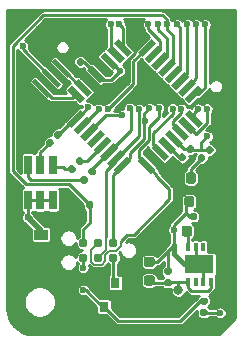
<source format=gbr>
G04 #@! TF.GenerationSoftware,KiCad,Pcbnew,(5.1.6)-1*
G04 #@! TF.CreationDate,2020-12-13T19:26:13+01:00*
G04 #@! TF.ProjectId,ACM-pcb,41434d2d-7063-4622-9e6b-696361645f70,rev?*
G04 #@! TF.SameCoordinates,Original*
G04 #@! TF.FileFunction,Copper,L1,Top*
G04 #@! TF.FilePolarity,Positive*
%FSLAX46Y46*%
G04 Gerber Fmt 4.6, Leading zero omitted, Abs format (unit mm)*
G04 Created by KiCad (PCBNEW (5.1.6)-1) date 2020-12-13 19:26:13*
%MOMM*%
%LPD*%
G01*
G04 APERTURE LIST*
G04 #@! TA.AperFunction,SMDPad,CuDef*
%ADD10R,0.700000X1.600000*%
G04 #@! TD*
G04 #@! TA.AperFunction,SMDPad,CuDef*
%ADD11R,0.800000X0.900000*%
G04 #@! TD*
G04 #@! TA.AperFunction,SMDPad,CuDef*
%ADD12C,0.100000*%
G04 #@! TD*
G04 #@! TA.AperFunction,ConnectorPad*
%ADD13C,0.787400*%
G04 #@! TD*
G04 #@! TA.AperFunction,SMDPad,CuDef*
%ADD14R,0.350000X0.750000*%
G04 #@! TD*
G04 #@! TA.AperFunction,SMDPad,CuDef*
%ADD15R,2.400000X1.600000*%
G04 #@! TD*
G04 #@! TA.AperFunction,SMDPad,CuDef*
%ADD16R,1.200000X0.900000*%
G04 #@! TD*
G04 #@! TA.AperFunction,ViaPad*
%ADD17C,0.600000*%
G04 #@! TD*
G04 #@! TA.AperFunction,ViaPad*
%ADD18C,0.800000*%
G04 #@! TD*
G04 #@! TA.AperFunction,Conductor*
%ADD19C,0.254000*%
G04 #@! TD*
G04 #@! TA.AperFunction,Conductor*
%ADD20C,0.400000*%
G04 #@! TD*
G04 #@! TA.AperFunction,Conductor*
%ADD21C,0.508000*%
G04 #@! TD*
G04 #@! TA.AperFunction,Conductor*
%ADD22C,0.127000*%
G04 #@! TD*
G04 APERTURE END LIST*
D10*
X67090000Y-77367000D03*
X67090000Y-80367000D03*
X66040000Y-77367000D03*
X66040000Y-80367000D03*
X64990000Y-77367000D03*
X64990000Y-80367000D03*
D11*
X71440000Y-89392000D03*
X73340000Y-89392000D03*
X72390000Y-87392000D03*
G04 #@! TA.AperFunction,SMDPad,CuDef*
G36*
G01*
X78023100Y-83263450D02*
X78023100Y-82750950D01*
G75*
G02*
X78241850Y-82532200I218750J0D01*
G01*
X78679350Y-82532200D01*
G75*
G02*
X78898100Y-82750950I0J-218750D01*
G01*
X78898100Y-83263450D01*
G75*
G02*
X78679350Y-83482200I-218750J0D01*
G01*
X78241850Y-83482200D01*
G75*
G02*
X78023100Y-83263450I0J218750D01*
G01*
G37*
G04 #@! TD.AperFunction*
G04 #@! TA.AperFunction,SMDPad,CuDef*
G36*
G01*
X79598100Y-83263450D02*
X79598100Y-82750950D01*
G75*
G02*
X79816850Y-82532200I218750J0D01*
G01*
X80254350Y-82532200D01*
G75*
G02*
X80473100Y-82750950I0J-218750D01*
G01*
X80473100Y-83263450D01*
G75*
G02*
X80254350Y-83482200I-218750J0D01*
G01*
X79816850Y-83482200D01*
G75*
G02*
X79598100Y-83263450I0J218750D01*
G01*
G37*
G04 #@! TD.AperFunction*
G04 #@! TA.AperFunction,SMDPad,CuDef*
G36*
G01*
X78350000Y-78756250D02*
X78350000Y-78243750D01*
G75*
G02*
X78568750Y-78025000I218750J0D01*
G01*
X79006250Y-78025000D01*
G75*
G02*
X79225000Y-78243750I0J-218750D01*
G01*
X79225000Y-78756250D01*
G75*
G02*
X79006250Y-78975000I-218750J0D01*
G01*
X78568750Y-78975000D01*
G75*
G02*
X78350000Y-78756250I0J218750D01*
G01*
G37*
G04 #@! TD.AperFunction*
G04 #@! TA.AperFunction,SMDPad,CuDef*
G36*
G01*
X76775000Y-78756250D02*
X76775000Y-78243750D01*
G75*
G02*
X76993750Y-78025000I218750J0D01*
G01*
X77431250Y-78025000D01*
G75*
G02*
X77650000Y-78243750I0J-218750D01*
G01*
X77650000Y-78756250D01*
G75*
G02*
X77431250Y-78975000I-218750J0D01*
G01*
X76993750Y-78975000D01*
G75*
G02*
X76775000Y-78756250I0J218750D01*
G01*
G37*
G04 #@! TD.AperFunction*
G04 #@! TA.AperFunction,SMDPad,CuDef*
D12*
G36*
X72257879Y-67089934D02*
G01*
X72646788Y-66701025D01*
X73778159Y-67832396D01*
X73389250Y-68221305D01*
X72257879Y-67089934D01*
G37*
G04 #@! TD.AperFunction*
G04 #@! TA.AperFunction,SMDPad,CuDef*
G36*
X71692194Y-67655620D02*
G01*
X72081103Y-67266711D01*
X73212474Y-68398082D01*
X72823565Y-68786991D01*
X71692194Y-67655620D01*
G37*
G04 #@! TD.AperFunction*
G04 #@! TA.AperFunction,SMDPad,CuDef*
G36*
X71126508Y-68221305D02*
G01*
X71515417Y-67832396D01*
X72646788Y-68963767D01*
X72257879Y-69352676D01*
X71126508Y-68221305D01*
G37*
G04 #@! TD.AperFunction*
G04 #@! TA.AperFunction,SMDPad,CuDef*
G36*
X70560823Y-68786990D02*
G01*
X70949732Y-68398081D01*
X72081103Y-69529452D01*
X71692194Y-69918361D01*
X70560823Y-68786990D01*
G37*
G04 #@! TD.AperFunction*
G04 #@! TA.AperFunction,SMDPad,CuDef*
G36*
X69995137Y-69352676D02*
G01*
X70384046Y-68963767D01*
X71515417Y-70095138D01*
X71126508Y-70484047D01*
X69995137Y-69352676D01*
G37*
G04 #@! TD.AperFunction*
G04 #@! TA.AperFunction,SMDPad,CuDef*
G36*
X69429452Y-69918361D02*
G01*
X69818361Y-69529452D01*
X70949732Y-70660823D01*
X70560823Y-71049732D01*
X69429452Y-69918361D01*
G37*
G04 #@! TD.AperFunction*
G04 #@! TA.AperFunction,SMDPad,CuDef*
G36*
X68863767Y-70484047D02*
G01*
X69252676Y-70095138D01*
X70384047Y-71226509D01*
X69995138Y-71615418D01*
X68863767Y-70484047D01*
G37*
G04 #@! TD.AperFunction*
G04 #@! TA.AperFunction,SMDPad,CuDef*
G36*
X68298081Y-71049732D02*
G01*
X68686990Y-70660823D01*
X69818361Y-71792194D01*
X69429452Y-72181103D01*
X68298081Y-71049732D01*
G37*
G04 #@! TD.AperFunction*
G04 #@! TA.AperFunction,SMDPad,CuDef*
G36*
X68686990Y-74231713D02*
G01*
X68298081Y-73842804D01*
X69429452Y-72711433D01*
X69818361Y-73100342D01*
X68686990Y-74231713D01*
G37*
G04 #@! TD.AperFunction*
G04 #@! TA.AperFunction,SMDPad,CuDef*
G36*
X69252676Y-74797398D02*
G01*
X68863767Y-74408489D01*
X69995138Y-73277118D01*
X70384047Y-73666027D01*
X69252676Y-74797398D01*
G37*
G04 #@! TD.AperFunction*
G04 #@! TA.AperFunction,SMDPad,CuDef*
G36*
X69818361Y-75363084D02*
G01*
X69429452Y-74974175D01*
X70560823Y-73842804D01*
X70949732Y-74231713D01*
X69818361Y-75363084D01*
G37*
G04 #@! TD.AperFunction*
G04 #@! TA.AperFunction,SMDPad,CuDef*
G36*
X70384046Y-75928769D02*
G01*
X69995137Y-75539860D01*
X71126508Y-74408489D01*
X71515417Y-74797398D01*
X70384046Y-75928769D01*
G37*
G04 #@! TD.AperFunction*
G04 #@! TA.AperFunction,SMDPad,CuDef*
G36*
X70949732Y-76494455D02*
G01*
X70560823Y-76105546D01*
X71692194Y-74974175D01*
X72081103Y-75363084D01*
X70949732Y-76494455D01*
G37*
G04 #@! TD.AperFunction*
G04 #@! TA.AperFunction,SMDPad,CuDef*
G36*
X71515417Y-77060140D02*
G01*
X71126508Y-76671231D01*
X72257879Y-75539860D01*
X72646788Y-75928769D01*
X71515417Y-77060140D01*
G37*
G04 #@! TD.AperFunction*
G04 #@! TA.AperFunction,SMDPad,CuDef*
G36*
X72081103Y-77625825D02*
G01*
X71692194Y-77236916D01*
X72823565Y-76105545D01*
X73212474Y-76494454D01*
X72081103Y-77625825D01*
G37*
G04 #@! TD.AperFunction*
G04 #@! TA.AperFunction,SMDPad,CuDef*
G36*
X72646788Y-78191511D02*
G01*
X72257879Y-77802602D01*
X73389250Y-76671231D01*
X73778159Y-77060140D01*
X72646788Y-78191511D01*
G37*
G04 #@! TD.AperFunction*
G04 #@! TA.AperFunction,SMDPad,CuDef*
G36*
X74308489Y-77060140D02*
G01*
X74697398Y-76671231D01*
X75828769Y-77802602D01*
X75439860Y-78191511D01*
X74308489Y-77060140D01*
G37*
G04 #@! TD.AperFunction*
G04 #@! TA.AperFunction,SMDPad,CuDef*
G36*
X74874174Y-76494454D02*
G01*
X75263083Y-76105545D01*
X76394454Y-77236916D01*
X76005545Y-77625825D01*
X74874174Y-76494454D01*
G37*
G04 #@! TD.AperFunction*
G04 #@! TA.AperFunction,SMDPad,CuDef*
G36*
X75439860Y-75928769D02*
G01*
X75828769Y-75539860D01*
X76960140Y-76671231D01*
X76571231Y-77060140D01*
X75439860Y-75928769D01*
G37*
G04 #@! TD.AperFunction*
G04 #@! TA.AperFunction,SMDPad,CuDef*
G36*
X76005545Y-75363084D02*
G01*
X76394454Y-74974175D01*
X77525825Y-76105546D01*
X77136916Y-76494455D01*
X76005545Y-75363084D01*
G37*
G04 #@! TD.AperFunction*
G04 #@! TA.AperFunction,SMDPad,CuDef*
G36*
X76571231Y-74797398D02*
G01*
X76960140Y-74408489D01*
X78091511Y-75539860D01*
X77702602Y-75928769D01*
X76571231Y-74797398D01*
G37*
G04 #@! TD.AperFunction*
G04 #@! TA.AperFunction,SMDPad,CuDef*
G36*
X77136916Y-74231713D02*
G01*
X77525825Y-73842804D01*
X78657196Y-74974175D01*
X78268287Y-75363084D01*
X77136916Y-74231713D01*
G37*
G04 #@! TD.AperFunction*
G04 #@! TA.AperFunction,SMDPad,CuDef*
G36*
X77702601Y-73666027D02*
G01*
X78091510Y-73277118D01*
X79222881Y-74408489D01*
X78833972Y-74797398D01*
X77702601Y-73666027D01*
G37*
G04 #@! TD.AperFunction*
G04 #@! TA.AperFunction,SMDPad,CuDef*
G36*
X78268287Y-73100342D02*
G01*
X78657196Y-72711433D01*
X79788567Y-73842804D01*
X79399658Y-74231713D01*
X78268287Y-73100342D01*
G37*
G04 #@! TD.AperFunction*
G04 #@! TA.AperFunction,SMDPad,CuDef*
G36*
X78657196Y-72181103D02*
G01*
X78268287Y-71792194D01*
X79399658Y-70660823D01*
X79788567Y-71049732D01*
X78657196Y-72181103D01*
G37*
G04 #@! TD.AperFunction*
G04 #@! TA.AperFunction,SMDPad,CuDef*
G36*
X78091510Y-71615418D02*
G01*
X77702601Y-71226509D01*
X78833972Y-70095138D01*
X79222881Y-70484047D01*
X78091510Y-71615418D01*
G37*
G04 #@! TD.AperFunction*
G04 #@! TA.AperFunction,SMDPad,CuDef*
G36*
X77525825Y-71049732D02*
G01*
X77136916Y-70660823D01*
X78268287Y-69529452D01*
X78657196Y-69918361D01*
X77525825Y-71049732D01*
G37*
G04 #@! TD.AperFunction*
G04 #@! TA.AperFunction,SMDPad,CuDef*
G36*
X76960140Y-70484047D02*
G01*
X76571231Y-70095138D01*
X77702602Y-68963767D01*
X78091511Y-69352676D01*
X76960140Y-70484047D01*
G37*
G04 #@! TD.AperFunction*
G04 #@! TA.AperFunction,SMDPad,CuDef*
G36*
X76394454Y-69918361D02*
G01*
X76005545Y-69529452D01*
X77136916Y-68398081D01*
X77525825Y-68786990D01*
X76394454Y-69918361D01*
G37*
G04 #@! TD.AperFunction*
G04 #@! TA.AperFunction,SMDPad,CuDef*
G36*
X75828769Y-69352676D02*
G01*
X75439860Y-68963767D01*
X76571231Y-67832396D01*
X76960140Y-68221305D01*
X75828769Y-69352676D01*
G37*
G04 #@! TD.AperFunction*
G04 #@! TA.AperFunction,SMDPad,CuDef*
G36*
X75263083Y-68786991D02*
G01*
X74874174Y-68398082D01*
X76005545Y-67266711D01*
X76394454Y-67655620D01*
X75263083Y-68786991D01*
G37*
G04 #@! TD.AperFunction*
G04 #@! TA.AperFunction,SMDPad,CuDef*
G36*
X74697398Y-68221305D02*
G01*
X74308489Y-67832396D01*
X75439860Y-66701025D01*
X75828769Y-67089934D01*
X74697398Y-68221305D01*
G37*
G04 #@! TD.AperFunction*
D13*
X72230000Y-83985000D03*
X72230000Y-85255000D03*
X70960000Y-83985000D03*
X70960000Y-85255000D03*
X69690000Y-83985000D03*
X69690000Y-85255000D03*
G04 #@! TA.AperFunction,SMDPad,CuDef*
G36*
G01*
X68968400Y-80969900D02*
X68968400Y-80624900D01*
G75*
G02*
X69115900Y-80477400I147500J0D01*
G01*
X69410900Y-80477400D01*
G75*
G02*
X69558400Y-80624900I0J-147500D01*
G01*
X69558400Y-80969900D01*
G75*
G02*
X69410900Y-81117400I-147500J0D01*
G01*
X69115900Y-81117400D01*
G75*
G02*
X68968400Y-80969900I0J147500D01*
G01*
G37*
G04 #@! TD.AperFunction*
G04 #@! TA.AperFunction,SMDPad,CuDef*
G36*
G01*
X69938400Y-80969900D02*
X69938400Y-80624900D01*
G75*
G02*
X70085900Y-80477400I147500J0D01*
G01*
X70380900Y-80477400D01*
G75*
G02*
X70528400Y-80624900I0J-147500D01*
G01*
X70528400Y-80969900D01*
G75*
G02*
X70380900Y-81117400I-147500J0D01*
G01*
X70085900Y-81117400D01*
G75*
G02*
X69938400Y-80969900I0J147500D01*
G01*
G37*
G04 #@! TD.AperFunction*
G04 #@! TA.AperFunction,SMDPad,CuDef*
G36*
G01*
X69661685Y-78969066D02*
X69417734Y-78725114D01*
G75*
G02*
X69417734Y-78516518I104298J104298D01*
G01*
X69626330Y-78307922D01*
G75*
G02*
X69834926Y-78307922I104298J-104298D01*
G01*
X70078878Y-78551874D01*
G75*
G02*
X70078878Y-78760470I-104298J-104298D01*
G01*
X69870282Y-78969066D01*
G75*
G02*
X69661686Y-78969066I-104298J104298D01*
G01*
G37*
G04 #@! TD.AperFunction*
G04 #@! TA.AperFunction,SMDPad,CuDef*
G36*
G01*
X70347579Y-78283172D02*
X70103628Y-78039220D01*
G75*
G02*
X70103628Y-77830624I104298J104298D01*
G01*
X70312224Y-77622028D01*
G75*
G02*
X70520820Y-77622028I104298J-104298D01*
G01*
X70764772Y-77865980D01*
G75*
G02*
X70764772Y-78074576I-104298J-104298D01*
G01*
X70556176Y-78283172D01*
G75*
G02*
X70347580Y-78283172I-104298J104298D01*
G01*
G37*
G04 #@! TD.AperFunction*
G04 #@! TA.AperFunction,SMDPad,CuDef*
D12*
G36*
X68377387Y-69996116D02*
G01*
X67033884Y-68652613D01*
X67316727Y-68369770D01*
X68660230Y-69713273D01*
X68377387Y-69996116D01*
G37*
G04 #@! TD.AperFunction*
G04 #@! TA.AperFunction,SMDPad,CuDef*
G36*
X67528859Y-70844645D02*
G01*
X66185356Y-69501142D01*
X66468199Y-69218299D01*
X67811702Y-70561802D01*
X67528859Y-70844645D01*
G37*
G04 #@! TD.AperFunction*
G04 #@! TA.AperFunction,SMDPad,CuDef*
G36*
X66680330Y-71693173D02*
G01*
X65336827Y-70349670D01*
X65619670Y-70066827D01*
X66963173Y-71410330D01*
X66680330Y-71693173D01*
G37*
G04 #@! TD.AperFunction*
G04 #@! TA.AperFunction,SMDPad,CuDef*
G36*
G01*
X70222515Y-67658534D02*
X70466466Y-67902486D01*
G75*
G02*
X70466466Y-68111082I-104298J-104298D01*
G01*
X70257870Y-68319678D01*
G75*
G02*
X70049274Y-68319678I-104298J104298D01*
G01*
X69805322Y-68075726D01*
G75*
G02*
X69805322Y-67867130I104298J104298D01*
G01*
X70013918Y-67658534D01*
G75*
G02*
X70222514Y-67658534I104298J-104298D01*
G01*
G37*
G04 #@! TD.AperFunction*
G04 #@! TA.AperFunction,SMDPad,CuDef*
G36*
G01*
X69536621Y-68344428D02*
X69780572Y-68588380D01*
G75*
G02*
X69780572Y-68796976I-104298J-104298D01*
G01*
X69571976Y-69005572D01*
G75*
G02*
X69363380Y-69005572I-104298J104298D01*
G01*
X69119428Y-68761620D01*
G75*
G02*
X69119428Y-68553024I104298J104298D01*
G01*
X69328024Y-68344428D01*
G75*
G02*
X69536620Y-68344428I104298J-104298D01*
G01*
G37*
G04 #@! TD.AperFunction*
G04 #@! TA.AperFunction,SMDPad,CuDef*
G36*
G01*
X79786621Y-76469428D02*
X80030572Y-76713380D01*
G75*
G02*
X80030572Y-76921976I-104298J-104298D01*
G01*
X79821976Y-77130572D01*
G75*
G02*
X79613380Y-77130572I-104298J104298D01*
G01*
X79369428Y-76886620D01*
G75*
G02*
X79369428Y-76678024I104298J104298D01*
G01*
X79578024Y-76469428D01*
G75*
G02*
X79786620Y-76469428I104298J-104298D01*
G01*
G37*
G04 #@! TD.AperFunction*
G04 #@! TA.AperFunction,SMDPad,CuDef*
G36*
G01*
X80472515Y-75783534D02*
X80716466Y-76027486D01*
G75*
G02*
X80716466Y-76236082I-104298J-104298D01*
G01*
X80507870Y-76444678D01*
G75*
G02*
X80299274Y-76444678I-104298J104298D01*
G01*
X80055322Y-76200726D01*
G75*
G02*
X80055322Y-75992130I104298J104298D01*
G01*
X80263918Y-75783534D01*
G75*
G02*
X80472514Y-75783534I104298J-104298D01*
G01*
G37*
G04 #@! TD.AperFunction*
G04 #@! TA.AperFunction,SMDPad,CuDef*
G36*
G01*
X80055500Y-89218000D02*
X79710500Y-89218000D01*
G75*
G02*
X79563000Y-89070500I0J147500D01*
G01*
X79563000Y-88775500D01*
G75*
G02*
X79710500Y-88628000I147500J0D01*
G01*
X80055500Y-88628000D01*
G75*
G02*
X80203000Y-88775500I0J-147500D01*
G01*
X80203000Y-89070500D01*
G75*
G02*
X80055500Y-89218000I-147500J0D01*
G01*
G37*
G04 #@! TD.AperFunction*
G04 #@! TA.AperFunction,SMDPad,CuDef*
G36*
G01*
X80055500Y-90188000D02*
X79710500Y-90188000D01*
G75*
G02*
X79563000Y-90040500I0J147500D01*
G01*
X79563000Y-89745500D01*
G75*
G02*
X79710500Y-89598000I147500J0D01*
G01*
X80055500Y-89598000D01*
G75*
G02*
X80203000Y-89745500I0J-147500D01*
G01*
X80203000Y-90040500D01*
G75*
G02*
X80055500Y-90188000I-147500J0D01*
G01*
G37*
G04 #@! TD.AperFunction*
G04 #@! TA.AperFunction,SMDPad,CuDef*
G36*
G01*
X77970432Y-77073519D02*
X77726481Y-76829567D01*
G75*
G02*
X77726481Y-76620971I104298J104298D01*
G01*
X77935077Y-76412375D01*
G75*
G02*
X78143673Y-76412375I104298J-104298D01*
G01*
X78387625Y-76656327D01*
G75*
G02*
X78387625Y-76864923I-104298J-104298D01*
G01*
X78179029Y-77073519D01*
G75*
G02*
X77970433Y-77073519I-104298J104298D01*
G01*
G37*
G04 #@! TD.AperFunction*
G04 #@! TA.AperFunction,SMDPad,CuDef*
G36*
G01*
X78656326Y-76387625D02*
X78412375Y-76143673D01*
G75*
G02*
X78412375Y-75935077I104298J104298D01*
G01*
X78620971Y-75726481D01*
G75*
G02*
X78829567Y-75726481I104298J-104298D01*
G01*
X79073519Y-75970433D01*
G75*
G02*
X79073519Y-76179029I-104298J-104298D01*
G01*
X78864923Y-76387625D01*
G75*
G02*
X78656327Y-76387625I-104298J104298D01*
G01*
G37*
G04 #@! TD.AperFunction*
G04 #@! TA.AperFunction,SMDPad,CuDef*
G36*
G01*
X77032900Y-87673400D02*
X76687900Y-87673400D01*
G75*
G02*
X76540400Y-87525900I0J147500D01*
G01*
X76540400Y-87230900D01*
G75*
G02*
X76687900Y-87083400I147500J0D01*
G01*
X77032900Y-87083400D01*
G75*
G02*
X77180400Y-87230900I0J-147500D01*
G01*
X77180400Y-87525900D01*
G75*
G02*
X77032900Y-87673400I-147500J0D01*
G01*
G37*
G04 #@! TD.AperFunction*
G04 #@! TA.AperFunction,SMDPad,CuDef*
G36*
G01*
X77032900Y-86703400D02*
X76687900Y-86703400D01*
G75*
G02*
X76540400Y-86555900I0J147500D01*
G01*
X76540400Y-86260900D01*
G75*
G02*
X76687900Y-86113400I147500J0D01*
G01*
X77032900Y-86113400D01*
G75*
G02*
X77180400Y-86260900I0J-147500D01*
G01*
X77180400Y-86555900D01*
G75*
G02*
X77032900Y-86703400I-147500J0D01*
G01*
G37*
G04 #@! TD.AperFunction*
G04 #@! TA.AperFunction,SMDPad,CuDef*
G36*
G01*
X79281000Y-81591500D02*
X79281000Y-81936500D01*
G75*
G02*
X79133500Y-82084000I-147500J0D01*
G01*
X78838500Y-82084000D01*
G75*
G02*
X78691000Y-81936500I0J147500D01*
G01*
X78691000Y-81591500D01*
G75*
G02*
X78838500Y-81444000I147500J0D01*
G01*
X79133500Y-81444000D01*
G75*
G02*
X79281000Y-81591500I0J-147500D01*
G01*
G37*
G04 #@! TD.AperFunction*
G04 #@! TA.AperFunction,SMDPad,CuDef*
G36*
G01*
X80251000Y-81591500D02*
X80251000Y-81936500D01*
G75*
G02*
X80103500Y-82084000I-147500J0D01*
G01*
X79808500Y-82084000D01*
G75*
G02*
X79661000Y-81936500I0J147500D01*
G01*
X79661000Y-81591500D01*
G75*
G02*
X79808500Y-81444000I147500J0D01*
G01*
X80103500Y-81444000D01*
G75*
G02*
X80251000Y-81591500I0J-147500D01*
G01*
G37*
G04 #@! TD.AperFunction*
D14*
X78549000Y-87320000D03*
X79199000Y-87320000D03*
X79849000Y-87320000D03*
X80499000Y-87320000D03*
X80499000Y-84320000D03*
X79849000Y-84320000D03*
X79199000Y-84320000D03*
X78549000Y-84320000D03*
D15*
X79524000Y-85820000D03*
G04 #@! TA.AperFunction,SMDPad,CuDef*
G36*
G01*
X75516450Y-87610500D02*
X75003950Y-87610500D01*
G75*
G02*
X74785200Y-87391750I0J218750D01*
G01*
X74785200Y-86954250D01*
G75*
G02*
X75003950Y-86735500I218750J0D01*
G01*
X75516450Y-86735500D01*
G75*
G02*
X75735200Y-86954250I0J-218750D01*
G01*
X75735200Y-87391750D01*
G75*
G02*
X75516450Y-87610500I-218750J0D01*
G01*
G37*
G04 #@! TD.AperFunction*
G04 #@! TA.AperFunction,SMDPad,CuDef*
G36*
G01*
X75516450Y-86035500D02*
X75003950Y-86035500D01*
G75*
G02*
X74785200Y-85816750I0J218750D01*
G01*
X74785200Y-85379250D01*
G75*
G02*
X75003950Y-85160500I218750J0D01*
G01*
X75516450Y-85160500D01*
G75*
G02*
X75735200Y-85379250I0J-218750D01*
G01*
X75735200Y-85816750D01*
G75*
G02*
X75516450Y-86035500I-218750J0D01*
G01*
G37*
G04 #@! TD.AperFunction*
G04 #@! TA.AperFunction,SMDPad,CuDef*
G36*
G01*
X79098000Y-80237750D02*
X79098000Y-80750250D01*
G75*
G02*
X78879250Y-80969000I-218750J0D01*
G01*
X78441750Y-80969000D01*
G75*
G02*
X78223000Y-80750250I0J218750D01*
G01*
X78223000Y-80237750D01*
G75*
G02*
X78441750Y-80019000I218750J0D01*
G01*
X78879250Y-80019000D01*
G75*
G02*
X79098000Y-80237750I0J-218750D01*
G01*
G37*
G04 #@! TD.AperFunction*
G04 #@! TA.AperFunction,SMDPad,CuDef*
G36*
G01*
X80673000Y-80237750D02*
X80673000Y-80750250D01*
G75*
G02*
X80454250Y-80969000I-218750J0D01*
G01*
X80016750Y-80969000D01*
G75*
G02*
X79798000Y-80750250I0J218750D01*
G01*
X79798000Y-80237750D01*
G75*
G02*
X80016750Y-80019000I218750J0D01*
G01*
X80454250Y-80019000D01*
G75*
G02*
X80673000Y-80237750I0J-218750D01*
G01*
G37*
G04 #@! TD.AperFunction*
G04 #@! TA.AperFunction,SMDPad,CuDef*
G36*
G01*
X68620285Y-78080066D02*
X68376334Y-77836114D01*
G75*
G02*
X68376334Y-77627518I104298J104298D01*
G01*
X68584930Y-77418922D01*
G75*
G02*
X68793526Y-77418922I104298J-104298D01*
G01*
X69037478Y-77662874D01*
G75*
G02*
X69037478Y-77871470I-104298J-104298D01*
G01*
X68828882Y-78080066D01*
G75*
G02*
X68620286Y-78080066I-104298J104298D01*
G01*
G37*
G04 #@! TD.AperFunction*
G04 #@! TA.AperFunction,SMDPad,CuDef*
G36*
G01*
X69306179Y-77394172D02*
X69062228Y-77150220D01*
G75*
G02*
X69062228Y-76941624I104298J104298D01*
G01*
X69270824Y-76733028D01*
G75*
G02*
X69479420Y-76733028I104298J-104298D01*
G01*
X69723372Y-76976980D01*
G75*
G02*
X69723372Y-77185576I-104298J-104298D01*
G01*
X69514776Y-77394172D01*
G75*
G02*
X69306180Y-77394172I-104298J104298D01*
G01*
G37*
G04 #@! TD.AperFunction*
G04 #@! TA.AperFunction,SMDPad,CuDef*
G36*
G01*
X67451979Y-75158972D02*
X67208028Y-74915020D01*
G75*
G02*
X67208028Y-74706424I104298J104298D01*
G01*
X67416624Y-74497828D01*
G75*
G02*
X67625220Y-74497828I104298J-104298D01*
G01*
X67869172Y-74741780D01*
G75*
G02*
X67869172Y-74950376I-104298J-104298D01*
G01*
X67660576Y-75158972D01*
G75*
G02*
X67451980Y-75158972I-104298J104298D01*
G01*
G37*
G04 #@! TD.AperFunction*
G04 #@! TA.AperFunction,SMDPad,CuDef*
G36*
G01*
X66766085Y-75844866D02*
X66522134Y-75600914D01*
G75*
G02*
X66522134Y-75392318I104298J104298D01*
G01*
X66730730Y-75183722D01*
G75*
G02*
X66939326Y-75183722I104298J-104298D01*
G01*
X67183278Y-75427674D01*
G75*
G02*
X67183278Y-75636270I-104298J-104298D01*
G01*
X66974682Y-75844866D01*
G75*
G02*
X66766086Y-75844866I-104298J104298D01*
G01*
G37*
G04 #@! TD.AperFunction*
D16*
X66090800Y-83288600D03*
X66090800Y-86588600D03*
D17*
X72775000Y-69450000D03*
X69675000Y-86100000D03*
X81280000Y-89916000D03*
X64973200Y-81838800D03*
X64566800Y-67360800D03*
X77343000Y-82880200D03*
X80187800Y-74980800D03*
X76750000Y-65500000D03*
X74371200Y-72669400D03*
X76091152Y-72595314D03*
X65225002Y-66675000D03*
X65950002Y-65900000D03*
X65100000Y-65025000D03*
X64375000Y-65775000D03*
X81229200Y-77876400D03*
X64871600Y-74523600D03*
X68173600Y-79598800D03*
X71250000Y-65499998D03*
X79857600Y-77927200D03*
X75287904Y-72605132D03*
X74930476Y-73705535D03*
X73000008Y-73200000D03*
X71780400Y-72645990D03*
X70091300Y-72529700D03*
X73609200Y-72593200D03*
X77600000Y-65500000D03*
X76000000Y-65500000D03*
X75200000Y-65500000D03*
X72750000Y-65499990D03*
X72000000Y-65495694D03*
X80000000Y-65500000D03*
X79250000Y-65500000D03*
X78500000Y-65500000D03*
X77238654Y-72628947D03*
X70976900Y-72666000D03*
X80165102Y-72631300D03*
X79387700Y-72644000D03*
D18*
X77724000Y-88011000D03*
D17*
X77990700Y-72669398D03*
X69700000Y-88000000D03*
D19*
X69519392Y-70855278D02*
X69623907Y-70855278D01*
X67847057Y-69182943D02*
X69519392Y-70855278D01*
X79199000Y-85495000D02*
X79524000Y-85820000D01*
X79199000Y-84320000D02*
X79199000Y-85495000D01*
X80328841Y-76057053D02*
X80385894Y-76114106D01*
X78800000Y-76114106D02*
X78742947Y-76057053D01*
X78219795Y-76057053D02*
X77331371Y-75168629D01*
X78742947Y-76057053D02*
X78219795Y-76057053D01*
X72000000Y-68705888D02*
X72005888Y-68705888D01*
X71886648Y-68592536D02*
X72000000Y-68705888D01*
X69706370Y-68675000D02*
X70755277Y-69723907D01*
X69450000Y-68675000D02*
X69706370Y-68675000D01*
X79849000Y-86145000D02*
X79849000Y-87320000D01*
X79524000Y-85820000D02*
X79849000Y-86145000D01*
X80385894Y-76114106D02*
X80385894Y-76064106D01*
X71886648Y-68592536D02*
X71917536Y-68592536D01*
X71917536Y-68592536D02*
X72775000Y-69450000D01*
X69690000Y-86085000D02*
X69675000Y-86100000D01*
X69690000Y-85255000D02*
X69690000Y-86085000D01*
X80514106Y-76242318D02*
X80385894Y-76114106D01*
X78660500Y-80494000D02*
X78660500Y-80368900D01*
X79883000Y-89893000D02*
X81257000Y-89893000D01*
X81257000Y-89893000D02*
X81280000Y-89916000D01*
X76860400Y-84683600D02*
X77343000Y-84201000D01*
D20*
X79524000Y-85820000D02*
X78200000Y-85820000D01*
X77343000Y-84963000D02*
X77343000Y-84201000D01*
X78200000Y-85820000D02*
X77343000Y-84963000D01*
D19*
X76860400Y-86408400D02*
X76860400Y-84683600D01*
X64990000Y-80367000D02*
X67090000Y-80367000D01*
X64990000Y-80367000D02*
X64990000Y-81822000D01*
X64990000Y-81822000D02*
X64973200Y-81838800D01*
X75946000Y-85598000D02*
X76860400Y-84683600D01*
X75260200Y-85598000D02*
X75946000Y-85598000D01*
X71203741Y-70172371D02*
X70755277Y-69723907D01*
X72052629Y-70172371D02*
X71203741Y-70172371D01*
X72775000Y-69450000D02*
X72052629Y-70172371D01*
X79638694Y-76114106D02*
X78800000Y-76114106D01*
X80385894Y-76114106D02*
X79638694Y-76114106D01*
X79638694Y-76114106D02*
X79638694Y-75529906D01*
X79638694Y-75529906D02*
X80187800Y-74980800D01*
D21*
X66090800Y-82956400D02*
X64973200Y-81838800D01*
X66090800Y-83288600D02*
X66090800Y-82956400D01*
D19*
X64566800Y-67614800D02*
X64566800Y-67360800D01*
X66998529Y-70031472D02*
X66983472Y-70031472D01*
X66983472Y-70031472D02*
X64566800Y-67614800D01*
X77343000Y-82880200D02*
X77343000Y-84201000D01*
X77343000Y-82457000D02*
X77343000Y-82880200D01*
X78363500Y-81436500D02*
X77343000Y-82457000D01*
X78691000Y-81764000D02*
X78986000Y-81764000D01*
X78363500Y-81436500D02*
X78691000Y-81764000D01*
X78660500Y-80494000D02*
X78363500Y-80791000D01*
X78363500Y-80791000D02*
X78363500Y-81436500D01*
X69690000Y-83010000D02*
X69690000Y-83985000D01*
X69690000Y-82844800D02*
X69690000Y-83985000D01*
X70233400Y-80797400D02*
X70233400Y-82301400D01*
X70233400Y-82301400D02*
X69690000Y-82844800D01*
X63700000Y-77924000D02*
X63700000Y-67300000D01*
X77262910Y-68660996D02*
X77262910Y-66437174D01*
X77262910Y-66437174D02*
X76750000Y-65924264D01*
X70233400Y-80797400D02*
X68480800Y-79044800D01*
X68480800Y-79044800D02*
X64820800Y-79044800D01*
X66304001Y-64695999D02*
X76370263Y-64695999D01*
X76750000Y-65924264D02*
X76750000Y-65500000D01*
X64820800Y-79044800D02*
X63700000Y-77924000D01*
X76750000Y-65075736D02*
X76750000Y-65500000D01*
X76765685Y-69158221D02*
X77262910Y-68660996D01*
X63700000Y-67300000D02*
X66304001Y-64695999D01*
X76370263Y-64695999D02*
X76750000Y-65075736D01*
D22*
X71602600Y-84612400D02*
X70960000Y-85255000D01*
X71602600Y-83515200D02*
X71602600Y-84612400D01*
D19*
X71602600Y-77876400D02*
X71602600Y-83515200D01*
X72452334Y-76865685D02*
X72452334Y-77026666D01*
X72452334Y-77026666D02*
X71602600Y-77876400D01*
X72452334Y-76865685D02*
X74371200Y-74946819D01*
X74371200Y-74946819D02*
X74371200Y-72669400D01*
X75946000Y-78308742D02*
X75068629Y-77431371D01*
X75946000Y-78435200D02*
X75946000Y-78308742D01*
D22*
X70375799Y-85637015D02*
X70375799Y-84569201D01*
X70577985Y-85839201D02*
X70375799Y-85637015D01*
X71240417Y-85839201D02*
X70577985Y-85839201D01*
X71544201Y-85535417D02*
X71240417Y-85839201D01*
X72872600Y-84232414D02*
X72434215Y-84670799D01*
X71544201Y-85030023D02*
X71544201Y-85535417D01*
X72872600Y-83794600D02*
X72872600Y-84232414D01*
X70375799Y-84569201D02*
X70960000Y-83985000D01*
X72434215Y-84670799D02*
X71903425Y-84670799D01*
X71903425Y-84670799D02*
X71544201Y-85030023D01*
D19*
X76957201Y-80319599D02*
X73990200Y-83286600D01*
X75946000Y-78435200D02*
X76957201Y-79446401D01*
X73380600Y-83286600D02*
X72872600Y-83794600D01*
X73990200Y-83286600D02*
X73380600Y-83286600D01*
X76957201Y-79446401D02*
X76957201Y-80319599D01*
X75068629Y-77431371D02*
X74432234Y-76794976D01*
X76091152Y-73364781D02*
X76091152Y-72595314D01*
X75234789Y-74221144D02*
X76091152Y-73364781D01*
X74432234Y-76118996D02*
X75234789Y-75316441D01*
X75234789Y-75316441D02*
X75234789Y-74221144D01*
X74432234Y-76794976D02*
X74432234Y-76118996D01*
X79956000Y-80773500D02*
X80235500Y-80494000D01*
X79956000Y-81764000D02*
X79956000Y-80773500D01*
X75223950Y-76455321D02*
X75634314Y-76865685D01*
X77212500Y-78443871D02*
X75634314Y-76865685D01*
X77212500Y-78500000D02*
X77212500Y-78443871D01*
X69263400Y-80797400D02*
X69263400Y-80688600D01*
X69263400Y-80688600D02*
X68173600Y-79598800D01*
X73018629Y-77431371D02*
X73018019Y-77431371D01*
X72230000Y-83985000D02*
X72230000Y-78219390D01*
X72230000Y-78219390D02*
X73018019Y-77431371D01*
X74853778Y-75158622D02*
X74853778Y-73039258D01*
X73654414Y-76357986D02*
X74853778Y-75158622D01*
X74853778Y-73039258D02*
X75287904Y-72605132D01*
X73018019Y-77431371D02*
X73654414Y-76794976D01*
X73654414Y-76794976D02*
X73654414Y-76357986D01*
X69850000Y-74811968D02*
X69850000Y-75184000D01*
X70189592Y-74602944D02*
X71592536Y-73200000D01*
X71592536Y-73200000D02*
X73000008Y-73200000D01*
X75068629Y-67461165D02*
X73914000Y-68615794D01*
X73914000Y-68615794D02*
X73914000Y-70512390D01*
X73914000Y-70512390D02*
X71780400Y-72645990D01*
X68895427Y-73471573D02*
X67538600Y-74828400D01*
X69058221Y-73471573D02*
X68895427Y-73471573D01*
X69149427Y-73471573D02*
X70091300Y-72529700D01*
X69058221Y-73471573D02*
X69149427Y-73471573D01*
X69991678Y-77063600D02*
X69392800Y-77063600D01*
X71320963Y-75734315D02*
X69991678Y-77063600D01*
X71800000Y-76300000D02*
X71886648Y-76300000D01*
X70434200Y-77752448D02*
X70434200Y-77952600D01*
X71886648Y-76300000D02*
X70434200Y-77752448D01*
X73754002Y-74432646D02*
X73754002Y-72738002D01*
X71886648Y-76300000D02*
X73754002Y-74432646D01*
X73754002Y-72738002D02*
X73609200Y-72593200D01*
X77899999Y-65799999D02*
X77600000Y-65500000D01*
X77899999Y-69155279D02*
X77899999Y-65799999D01*
X77331371Y-69723907D02*
X77899999Y-69155279D01*
X76000000Y-65950437D02*
X76000000Y-65500000D01*
X76733400Y-66683837D02*
X76000000Y-65950437D01*
X76733400Y-68059136D02*
X76733400Y-66683837D01*
X76200000Y-68592536D02*
X76733400Y-68059136D01*
X75200000Y-65924264D02*
X75200000Y-65500000D01*
X76200000Y-66924264D02*
X75200000Y-65924264D01*
X76200000Y-67461165D02*
X76200000Y-66924264D01*
X75634314Y-68026851D02*
X76200000Y-67461165D01*
X73018019Y-65768009D02*
X72750000Y-65499990D01*
X73018019Y-67461165D02*
X73018019Y-65768009D01*
X72000000Y-67574517D02*
X72000000Y-65495694D01*
X72452334Y-68026851D02*
X72000000Y-67574517D01*
X79028427Y-71420963D02*
X79417336Y-71420963D01*
X79417336Y-71420963D02*
X80000000Y-70838299D01*
X80000000Y-70838299D02*
X80000000Y-65500000D01*
X79250000Y-65924264D02*
X79250000Y-65500000D01*
X79250000Y-70068019D02*
X79250000Y-65924264D01*
X78462741Y-70855278D02*
X79250000Y-70068019D01*
X78500000Y-69686648D02*
X78500000Y-65500000D01*
X77897056Y-70289592D02*
X78500000Y-69686648D01*
X75615800Y-75715800D02*
X75615800Y-74676065D01*
X76200000Y-76300000D02*
X75615800Y-75715800D01*
X77238654Y-73053211D02*
X77238654Y-72628947D01*
X75615800Y-74676065D02*
X77238654Y-73053211D01*
X69623907Y-74018993D02*
X70976900Y-72666000D01*
X69623907Y-74037258D02*
X69623907Y-74018993D01*
X79212998Y-74777600D02*
X80165102Y-73825496D01*
X80165102Y-73825496D02*
X80165102Y-72631300D01*
X79203083Y-74777600D02*
X79212998Y-74777600D01*
X78462741Y-74037258D02*
X79203083Y-74777600D01*
X79028427Y-73003273D02*
X79387700Y-72644000D01*
X79028427Y-73471573D02*
X79028427Y-73003273D01*
X78574401Y-87847401D02*
X78549000Y-87822000D01*
X78549000Y-87822000D02*
X78549000Y-87320000D01*
X80499000Y-87822000D02*
X80473599Y-87847401D01*
X80499000Y-87320000D02*
X80499000Y-87822000D01*
X78807000Y-88080000D02*
X78574401Y-87847401D01*
X80473599Y-87847401D02*
X80241000Y-88080000D01*
X76918800Y-87320000D02*
X76860400Y-87378400D01*
X75465600Y-87378400D02*
X75260200Y-87173000D01*
X76860400Y-87378400D02*
X75465600Y-87378400D01*
X77724000Y-87376000D02*
X77780000Y-87320000D01*
X77724000Y-88138000D02*
X77724000Y-87376000D01*
X78549000Y-87320000D02*
X77780000Y-87320000D01*
X77780000Y-87320000D02*
X76918800Y-87320000D01*
X79941000Y-88080000D02*
X78807000Y-88080000D01*
X80241000Y-88080000D02*
X79941000Y-88080000D01*
X78787500Y-77712500D02*
X78787500Y-78500000D01*
X79700000Y-76800000D02*
X78787500Y-77712500D01*
X78549000Y-83120000D02*
X78635000Y-83034000D01*
X78549000Y-83095600D02*
X78549000Y-84320000D01*
X78460600Y-83007200D02*
X78549000Y-83095600D01*
X77774317Y-76742947D02*
X76765685Y-75734315D01*
X78057053Y-76742947D02*
X77774317Y-76742947D01*
X66150000Y-70880000D02*
X66995000Y-71725000D01*
X68754184Y-71725000D02*
X69058221Y-71420963D01*
X66995000Y-71725000D02*
X68754184Y-71725000D01*
X77990700Y-73004764D02*
X77990700Y-72669398D01*
X77317600Y-74023488D02*
X77317600Y-73677864D01*
X77897056Y-74602944D02*
X77317600Y-74023488D01*
X77317600Y-73677864D02*
X77990700Y-73004764D01*
X72230000Y-87232000D02*
X72390000Y-87392000D01*
X72230000Y-85255000D02*
X72230000Y-87232000D01*
X69723000Y-78663800D02*
X69748306Y-78638494D01*
X65265300Y-78663800D02*
X69723000Y-78663800D01*
X64990000Y-77367000D02*
X64990000Y-78388500D01*
X64990000Y-78388500D02*
X65265300Y-78663800D01*
X66040000Y-76327000D02*
X66852706Y-75514294D01*
X66040000Y-77367000D02*
X66040000Y-76327000D01*
X68160994Y-77749494D02*
X68706906Y-77749494D01*
X68008500Y-77597000D02*
X68160994Y-77749494D01*
X67090000Y-77367000D02*
X67320000Y-77597000D01*
X67320000Y-77597000D02*
X68008500Y-77597000D01*
X79883000Y-88923000D02*
X79577000Y-88923000D01*
X79577000Y-88923000D02*
X77900000Y-90600000D01*
X72648000Y-90600000D02*
X71440000Y-89392000D01*
X77900000Y-90600000D02*
X72648000Y-90600000D01*
X71440000Y-89392000D02*
X71440000Y-89560000D01*
X71440000Y-89560000D02*
X69880000Y-88000000D01*
X69880000Y-88000000D02*
X69700000Y-88000000D01*
G36*
X82530084Y-90377010D02*
G01*
X81197282Y-91709813D01*
X65316969Y-91733621D01*
X64894687Y-91674156D01*
X64499171Y-91536301D01*
X64137964Y-91324250D01*
X63824823Y-91046078D01*
X63571678Y-90712382D01*
X63388168Y-90335870D01*
X63279715Y-89924936D01*
X63255756Y-89700454D01*
X63255537Y-88866643D01*
X64646000Y-88866643D01*
X64646000Y-89133357D01*
X64698034Y-89394947D01*
X64800101Y-89641359D01*
X64948280Y-89863124D01*
X65136876Y-90051720D01*
X65358641Y-90199899D01*
X65605053Y-90301966D01*
X65866643Y-90354000D01*
X66133357Y-90354000D01*
X66394947Y-90301966D01*
X66641359Y-90199899D01*
X66863124Y-90051720D01*
X67051720Y-89863124D01*
X67199899Y-89641359D01*
X67301966Y-89394947D01*
X67354000Y-89133357D01*
X67354000Y-88866643D01*
X67301966Y-88605053D01*
X67199899Y-88358641D01*
X67051720Y-88136876D01*
X66863124Y-87948280D01*
X66858868Y-87945436D01*
X69146000Y-87945436D01*
X69146000Y-88054564D01*
X69167289Y-88161596D01*
X69209051Y-88262418D01*
X69269680Y-88353155D01*
X69346845Y-88430320D01*
X69437582Y-88490949D01*
X69538404Y-88532711D01*
X69645436Y-88554000D01*
X69754564Y-88554000D01*
X69861596Y-88532711D01*
X69870294Y-88529108D01*
X70784772Y-89443587D01*
X70784772Y-89842000D01*
X70789676Y-89891793D01*
X70804200Y-89939672D01*
X70827786Y-89983797D01*
X70859527Y-90022473D01*
X70898203Y-90054214D01*
X70942328Y-90077800D01*
X70990207Y-90092324D01*
X71040000Y-90097228D01*
X71606414Y-90097228D01*
X72365359Y-90856174D01*
X72377289Y-90870711D01*
X72391824Y-90882639D01*
X72435303Y-90918322D01*
X72499941Y-90952872D01*
X72501492Y-90953701D01*
X72573311Y-90975487D01*
X72629287Y-90981000D01*
X72629290Y-90981000D01*
X72648000Y-90982843D01*
X72666710Y-90981000D01*
X77881290Y-90981000D01*
X77900000Y-90982843D01*
X77918710Y-90981000D01*
X77918713Y-90981000D01*
X77974689Y-90975487D01*
X78046508Y-90953701D01*
X78112696Y-90918322D01*
X78170711Y-90870711D01*
X78182646Y-90856168D01*
X79309351Y-89729463D01*
X79307772Y-89745500D01*
X79307772Y-90040500D01*
X79315510Y-90119068D01*
X79338428Y-90194617D01*
X79375644Y-90264244D01*
X79425728Y-90325272D01*
X79486756Y-90375356D01*
X79556383Y-90412572D01*
X79631932Y-90435490D01*
X79710500Y-90443228D01*
X80055500Y-90443228D01*
X80134068Y-90435490D01*
X80209617Y-90412572D01*
X80279244Y-90375356D01*
X80340272Y-90325272D01*
X80382350Y-90274000D01*
X80854525Y-90274000D01*
X80926845Y-90346320D01*
X81017582Y-90406949D01*
X81118404Y-90448711D01*
X81225436Y-90470000D01*
X81334564Y-90470000D01*
X81441596Y-90448711D01*
X81542418Y-90406949D01*
X81633155Y-90346320D01*
X81710320Y-90269155D01*
X81770949Y-90178418D01*
X81812711Y-90077596D01*
X81834000Y-89970564D01*
X81834000Y-89861436D01*
X81812711Y-89754404D01*
X81770949Y-89653582D01*
X81710320Y-89562845D01*
X81633155Y-89485680D01*
X81542418Y-89425051D01*
X81441596Y-89383289D01*
X81334564Y-89362000D01*
X81225436Y-89362000D01*
X81118404Y-89383289D01*
X81017582Y-89425051D01*
X80926845Y-89485680D01*
X80900525Y-89512000D01*
X80382350Y-89512000D01*
X80340272Y-89460728D01*
X80279244Y-89410644D01*
X80274297Y-89408000D01*
X80279244Y-89405356D01*
X80340272Y-89355272D01*
X80390356Y-89294244D01*
X80427572Y-89224617D01*
X80450490Y-89149068D01*
X80458228Y-89070500D01*
X80458228Y-88775500D01*
X80450490Y-88696932D01*
X80427572Y-88621383D01*
X80390356Y-88551756D01*
X80340272Y-88490728D01*
X80299298Y-88457101D01*
X80315689Y-88455487D01*
X80387508Y-88433701D01*
X80453696Y-88398322D01*
X80511711Y-88350711D01*
X80523645Y-88336169D01*
X80755174Y-88104641D01*
X80769711Y-88092711D01*
X80817322Y-88034696D01*
X80852701Y-87968508D01*
X80874487Y-87896689D01*
X80879591Y-87844867D01*
X80886214Y-87836797D01*
X80909800Y-87792672D01*
X80924324Y-87744793D01*
X80929228Y-87695000D01*
X80929228Y-86945000D01*
X80924324Y-86895207D01*
X80909800Y-86847328D01*
X80890767Y-86811721D01*
X80904473Y-86800473D01*
X80936214Y-86761797D01*
X80959800Y-86717672D01*
X80974324Y-86669793D01*
X80979228Y-86620000D01*
X80979228Y-85020000D01*
X80974324Y-84970207D01*
X80959800Y-84922328D01*
X80936214Y-84878203D01*
X80904473Y-84839527D01*
X80865797Y-84807786D01*
X80821672Y-84784200D01*
X80773793Y-84769676D01*
X80724000Y-84764772D01*
X80268263Y-84764772D01*
X80274324Y-84744793D01*
X80279228Y-84695000D01*
X80279228Y-83945000D01*
X80274324Y-83895207D01*
X80259800Y-83847328D01*
X80236214Y-83803203D01*
X80204473Y-83764527D01*
X80165797Y-83732786D01*
X80121672Y-83709200D01*
X80073793Y-83694676D01*
X80024000Y-83689772D01*
X79674000Y-83689772D01*
X79624207Y-83694676D01*
X79576328Y-83709200D01*
X79532203Y-83732786D01*
X79524000Y-83739518D01*
X79515797Y-83732786D01*
X79471672Y-83709200D01*
X79423793Y-83694676D01*
X79374000Y-83689772D01*
X79024000Y-83689772D01*
X78974207Y-83694676D01*
X78930000Y-83708086D01*
X78930000Y-83664325D01*
X78942678Y-83657548D01*
X79014503Y-83598603D01*
X79073448Y-83526778D01*
X79117249Y-83444834D01*
X79144221Y-83355919D01*
X79153328Y-83263450D01*
X79153328Y-82750950D01*
X79144221Y-82658481D01*
X79117249Y-82569566D01*
X79073448Y-82487622D01*
X79014503Y-82415797D01*
X78942678Y-82356852D01*
X78909707Y-82339228D01*
X79133500Y-82339228D01*
X79212068Y-82331490D01*
X79287617Y-82308572D01*
X79357244Y-82271356D01*
X79418272Y-82221272D01*
X79468356Y-82160244D01*
X79505572Y-82090617D01*
X79528490Y-82015068D01*
X79536228Y-81936500D01*
X79536228Y-81591500D01*
X79528490Y-81512932D01*
X79505572Y-81437383D01*
X79468356Y-81367756D01*
X79418272Y-81306728D01*
X79357244Y-81256644D01*
X79287617Y-81219428D01*
X79212068Y-81196510D01*
X79133500Y-81188772D01*
X79058580Y-81188772D01*
X79060634Y-81188149D01*
X79142578Y-81144348D01*
X79214403Y-81085403D01*
X79273348Y-81013578D01*
X79317149Y-80931634D01*
X79344121Y-80842719D01*
X79353228Y-80750250D01*
X79353228Y-80237750D01*
X79344121Y-80145281D01*
X79317149Y-80056366D01*
X79273348Y-79974422D01*
X79214403Y-79902597D01*
X79142578Y-79843652D01*
X79060634Y-79799851D01*
X78971719Y-79772879D01*
X78879250Y-79763772D01*
X78441750Y-79763772D01*
X78349281Y-79772879D01*
X78260366Y-79799851D01*
X78178422Y-79843652D01*
X78106597Y-79902597D01*
X78047652Y-79974422D01*
X78003851Y-80056366D01*
X77976879Y-80145281D01*
X77967772Y-80237750D01*
X77967772Y-80750250D01*
X77976879Y-80842719D01*
X77982500Y-80861249D01*
X77982501Y-81278684D01*
X77086832Y-82174354D01*
X77072289Y-82186289D01*
X77043580Y-82221272D01*
X77024678Y-82244304D01*
X77002349Y-82286079D01*
X76989299Y-82310493D01*
X76967513Y-82382312D01*
X76962000Y-82438287D01*
X76960157Y-82457000D01*
X76962000Y-82475710D01*
X76962000Y-82477725D01*
X76912680Y-82527045D01*
X76852051Y-82617782D01*
X76810289Y-82718604D01*
X76789000Y-82825636D01*
X76789000Y-82934764D01*
X76810289Y-83041796D01*
X76852051Y-83142618D01*
X76912680Y-83233355D01*
X76962000Y-83282675D01*
X76962001Y-83950708D01*
X76921531Y-84026421D01*
X76896610Y-84108575D01*
X76604229Y-84400957D01*
X76604224Y-84400961D01*
X76604222Y-84400963D01*
X76589690Y-84412889D01*
X76577764Y-84427421D01*
X75900954Y-85104232D01*
X75851603Y-85044097D01*
X75779778Y-84985152D01*
X75697834Y-84941351D01*
X75608919Y-84914379D01*
X75516450Y-84905272D01*
X75003950Y-84905272D01*
X74911481Y-84914379D01*
X74822566Y-84941351D01*
X74740622Y-84985152D01*
X74668797Y-85044097D01*
X74609852Y-85115922D01*
X74566051Y-85197866D01*
X74539079Y-85286781D01*
X74529972Y-85379250D01*
X74529972Y-85816750D01*
X74539079Y-85909219D01*
X74566051Y-85998134D01*
X74609852Y-86080078D01*
X74668797Y-86151903D01*
X74740622Y-86210848D01*
X74822566Y-86254649D01*
X74911481Y-86281621D01*
X75003950Y-86290728D01*
X75516450Y-86290728D01*
X75608919Y-86281621D01*
X75697834Y-86254649D01*
X75779778Y-86210848D01*
X75851603Y-86151903D01*
X75910548Y-86080078D01*
X75954349Y-85998134D01*
X75960013Y-85979463D01*
X75964710Y-85979000D01*
X75964713Y-85979000D01*
X76020689Y-85973487D01*
X76092508Y-85951701D01*
X76158696Y-85916322D01*
X76216711Y-85868711D01*
X76228646Y-85854168D01*
X76479400Y-85603414D01*
X76479400Y-85917896D01*
X76464156Y-85926044D01*
X76403128Y-85976128D01*
X76353044Y-86037156D01*
X76315828Y-86106783D01*
X76292910Y-86182332D01*
X76285172Y-86260900D01*
X76285172Y-86555900D01*
X76292910Y-86634468D01*
X76315828Y-86710017D01*
X76353044Y-86779644D01*
X76403128Y-86840672D01*
X76464156Y-86890756D01*
X76469103Y-86893400D01*
X76464156Y-86896044D01*
X76403128Y-86946128D01*
X76361050Y-86997400D01*
X75990428Y-86997400D01*
X75990428Y-86954250D01*
X75981321Y-86861781D01*
X75954349Y-86772866D01*
X75910548Y-86690922D01*
X75851603Y-86619097D01*
X75779778Y-86560152D01*
X75697834Y-86516351D01*
X75608919Y-86489379D01*
X75516450Y-86480272D01*
X75003950Y-86480272D01*
X74911481Y-86489379D01*
X74822566Y-86516351D01*
X74740622Y-86560152D01*
X74668797Y-86619097D01*
X74609852Y-86690922D01*
X74566051Y-86772866D01*
X74539079Y-86861781D01*
X74529972Y-86954250D01*
X74529972Y-87391750D01*
X74539079Y-87484219D01*
X74566051Y-87573134D01*
X74609852Y-87655078D01*
X74668797Y-87726903D01*
X74740622Y-87785848D01*
X74822566Y-87829649D01*
X74911481Y-87856621D01*
X75003950Y-87865728D01*
X75516450Y-87865728D01*
X75608919Y-87856621D01*
X75697834Y-87829649D01*
X75779778Y-87785848D01*
X75812005Y-87759400D01*
X76361050Y-87759400D01*
X76403128Y-87810672D01*
X76464156Y-87860756D01*
X76533783Y-87897972D01*
X76609332Y-87920890D01*
X76687900Y-87928628D01*
X77032900Y-87928628D01*
X77074385Y-87924542D01*
X77070000Y-87946587D01*
X77070000Y-88075413D01*
X77095133Y-88201765D01*
X77144433Y-88320785D01*
X77216005Y-88427900D01*
X77307100Y-88518995D01*
X77414215Y-88590567D01*
X77533235Y-88639867D01*
X77659587Y-88665000D01*
X77788413Y-88665000D01*
X77914765Y-88639867D01*
X78033785Y-88590567D01*
X78140900Y-88518995D01*
X78231995Y-88427900D01*
X78303567Y-88320785D01*
X78352867Y-88201765D01*
X78359020Y-88170834D01*
X78524358Y-88336173D01*
X78536289Y-88350711D01*
X78550824Y-88362639D01*
X78550825Y-88362640D01*
X78594303Y-88398322D01*
X78649639Y-88427900D01*
X78660492Y-88433701D01*
X78732311Y-88455487D01*
X78788287Y-88461000D01*
X78788290Y-88461000D01*
X78807000Y-88462843D01*
X78825710Y-88461000D01*
X79461952Y-88461000D01*
X79425728Y-88490728D01*
X79375644Y-88551756D01*
X79338428Y-88621383D01*
X79336598Y-88627415D01*
X79334972Y-88628750D01*
X79306289Y-88652289D01*
X79294359Y-88666826D01*
X77742186Y-90219000D01*
X72805815Y-90219000D01*
X72095228Y-89508414D01*
X72095228Y-88942000D01*
X72090324Y-88892207D01*
X72075800Y-88844328D01*
X72052214Y-88800203D01*
X72020473Y-88761527D01*
X71981797Y-88729786D01*
X71937672Y-88706200D01*
X71889793Y-88691676D01*
X71840000Y-88686772D01*
X71105587Y-88686772D01*
X70215382Y-87796568D01*
X70190949Y-87737582D01*
X70130320Y-87646845D01*
X70053155Y-87569680D01*
X69962418Y-87509051D01*
X69861596Y-87467289D01*
X69754564Y-87446000D01*
X69645436Y-87446000D01*
X69538404Y-87467289D01*
X69437582Y-87509051D01*
X69346845Y-87569680D01*
X69269680Y-87646845D01*
X69209051Y-87737582D01*
X69167289Y-87838404D01*
X69146000Y-87945436D01*
X66858868Y-87945436D01*
X66641359Y-87800101D01*
X66394947Y-87698034D01*
X66133357Y-87646000D01*
X65866643Y-87646000D01*
X65605053Y-87698034D01*
X65358641Y-87800101D01*
X65136876Y-87948280D01*
X64948280Y-88136876D01*
X64800101Y-88358641D01*
X64698034Y-88605053D01*
X64646000Y-88866643D01*
X63255537Y-88866643D01*
X63249868Y-67300000D01*
X63317157Y-67300000D01*
X63319001Y-67318720D01*
X63319000Y-77905290D01*
X63317157Y-77924000D01*
X63319000Y-77942710D01*
X63319000Y-77942712D01*
X63324513Y-77998688D01*
X63344993Y-78066201D01*
X63346299Y-78070507D01*
X63381678Y-78136696D01*
X63390225Y-78147110D01*
X63429289Y-78194711D01*
X63443832Y-78206646D01*
X64538163Y-79300979D01*
X64550089Y-79315511D01*
X64561952Y-79325247D01*
X64542328Y-79331200D01*
X64498203Y-79354786D01*
X64459527Y-79386527D01*
X64427786Y-79425203D01*
X64404200Y-79469328D01*
X64389676Y-79517207D01*
X64384772Y-79567000D01*
X64384772Y-81167000D01*
X64389676Y-81216793D01*
X64404200Y-81264672D01*
X64427786Y-81308797D01*
X64459527Y-81347473D01*
X64498203Y-81379214D01*
X64542328Y-81402800D01*
X64590207Y-81417324D01*
X64609001Y-81419175D01*
X64609001Y-81419524D01*
X64542880Y-81485645D01*
X64482251Y-81576382D01*
X64440489Y-81677204D01*
X64419200Y-81784236D01*
X64419200Y-81893364D01*
X64440489Y-82000396D01*
X64482251Y-82101218D01*
X64542880Y-82191955D01*
X64620045Y-82269120D01*
X64710782Y-82329749D01*
X64770440Y-82354460D01*
X65237276Y-82821297D01*
X65235572Y-82838600D01*
X65235572Y-83738600D01*
X65240476Y-83788393D01*
X65255000Y-83836272D01*
X65278586Y-83880397D01*
X65310327Y-83919073D01*
X65349003Y-83950814D01*
X65393128Y-83974400D01*
X65441007Y-83988924D01*
X65490800Y-83993828D01*
X66690800Y-83993828D01*
X66740593Y-83988924D01*
X66788472Y-83974400D01*
X66832597Y-83950814D01*
X66871273Y-83919073D01*
X66903014Y-83880397D01*
X66926600Y-83836272D01*
X66941124Y-83788393D01*
X66946028Y-83738600D01*
X66946028Y-82838600D01*
X66941124Y-82788807D01*
X66926600Y-82740928D01*
X66903014Y-82696803D01*
X66871273Y-82658127D01*
X66832597Y-82626386D01*
X66788472Y-82602800D01*
X66740593Y-82588276D01*
X66690800Y-82583372D01*
X66437028Y-82583372D01*
X66432371Y-82579550D01*
X65488860Y-81636040D01*
X65464149Y-81576382D01*
X65403520Y-81485645D01*
X65371000Y-81453125D01*
X65371000Y-81419175D01*
X65389793Y-81417324D01*
X65437672Y-81402800D01*
X65481797Y-81379214D01*
X65515000Y-81351965D01*
X65548203Y-81379214D01*
X65592328Y-81402800D01*
X65640207Y-81417324D01*
X65690000Y-81422228D01*
X66390000Y-81422228D01*
X66439793Y-81417324D01*
X66487672Y-81402800D01*
X66531797Y-81379214D01*
X66565000Y-81351965D01*
X66598203Y-81379214D01*
X66642328Y-81402800D01*
X66690207Y-81417324D01*
X66740000Y-81422228D01*
X67440000Y-81422228D01*
X67489793Y-81417324D01*
X67537672Y-81402800D01*
X67581797Y-81379214D01*
X67620473Y-81347473D01*
X67652214Y-81308797D01*
X67675800Y-81264672D01*
X67690324Y-81216793D01*
X67695228Y-81167000D01*
X67695228Y-79567000D01*
X67690324Y-79517207D01*
X67675800Y-79469328D01*
X67652533Y-79425800D01*
X68322986Y-79425800D01*
X69683172Y-80785987D01*
X69683172Y-80969900D01*
X69690910Y-81048468D01*
X69713828Y-81124017D01*
X69751044Y-81193644D01*
X69801128Y-81254672D01*
X69852400Y-81296750D01*
X69852401Y-82143584D01*
X69433831Y-82562155D01*
X69419289Y-82574089D01*
X69395147Y-82603507D01*
X69371678Y-82632104D01*
X69339835Y-82691678D01*
X69336299Y-82698293D01*
X69314513Y-82770112D01*
X69309471Y-82821304D01*
X69307157Y-82844800D01*
X69309000Y-82863510D01*
X69309000Y-83460594D01*
X69277115Y-83481899D01*
X69186899Y-83572115D01*
X69169300Y-83598454D01*
X69169300Y-83530200D01*
X69140505Y-83385437D01*
X69084021Y-83249073D01*
X69002020Y-83126349D01*
X68897651Y-83021980D01*
X68774927Y-82939979D01*
X68638563Y-82883495D01*
X68493800Y-82854700D01*
X68346200Y-82854700D01*
X68201437Y-82883495D01*
X68065073Y-82939979D01*
X67942349Y-83021980D01*
X67837980Y-83126349D01*
X67755979Y-83249073D01*
X67699495Y-83385437D01*
X67670700Y-83530200D01*
X67670700Y-83677800D01*
X67699495Y-83822563D01*
X67755979Y-83958927D01*
X67837980Y-84081651D01*
X67942349Y-84186020D01*
X68065073Y-84268021D01*
X68201437Y-84324505D01*
X68346200Y-84353300D01*
X68493800Y-84353300D01*
X68638563Y-84324505D01*
X68774927Y-84268021D01*
X68897651Y-84186020D01*
X69002020Y-84081651D01*
X69042300Y-84021367D01*
X69042300Y-84048793D01*
X69067191Y-84173927D01*
X69116016Y-84291801D01*
X69186899Y-84397885D01*
X69277115Y-84488101D01*
X69383199Y-84558984D01*
X69501073Y-84607809D01*
X69562361Y-84620000D01*
X69501073Y-84632191D01*
X69383199Y-84681016D01*
X69277115Y-84751899D01*
X69186899Y-84842115D01*
X69116016Y-84948199D01*
X69067191Y-85066073D01*
X69042300Y-85191207D01*
X69042300Y-85218633D01*
X69002020Y-85158349D01*
X68897651Y-85053980D01*
X68774927Y-84971979D01*
X68638563Y-84915495D01*
X68493800Y-84886700D01*
X68346200Y-84886700D01*
X68201437Y-84915495D01*
X68065073Y-84971979D01*
X67942349Y-85053980D01*
X67837980Y-85158349D01*
X67755979Y-85281073D01*
X67699495Y-85417437D01*
X67670700Y-85562200D01*
X67670700Y-85709800D01*
X67699495Y-85854563D01*
X67755979Y-85990927D01*
X67837980Y-86113651D01*
X67942349Y-86218020D01*
X68065073Y-86300021D01*
X68201437Y-86356505D01*
X68346200Y-86385300D01*
X68493800Y-86385300D01*
X68638563Y-86356505D01*
X68774927Y-86300021D01*
X68897651Y-86218020D01*
X69002020Y-86113651D01*
X69084021Y-85990927D01*
X69140505Y-85854563D01*
X69169300Y-85709800D01*
X69169300Y-85641546D01*
X69186899Y-85667885D01*
X69255270Y-85736256D01*
X69244680Y-85746845D01*
X69184051Y-85837582D01*
X69142289Y-85938404D01*
X69121000Y-86045436D01*
X69121000Y-86154564D01*
X69142289Y-86261596D01*
X69184051Y-86362418D01*
X69244680Y-86453155D01*
X69321845Y-86530320D01*
X69412582Y-86590949D01*
X69513404Y-86632711D01*
X69620436Y-86654000D01*
X69729564Y-86654000D01*
X69836596Y-86632711D01*
X69937418Y-86590949D01*
X70028155Y-86530320D01*
X70105320Y-86453155D01*
X70165949Y-86362418D01*
X70207711Y-86261596D01*
X70229000Y-86154564D01*
X70229000Y-86045436D01*
X70207711Y-85938404D01*
X70193240Y-85903468D01*
X70342443Y-86052671D01*
X70352392Y-86064794D01*
X70400738Y-86104470D01*
X70455895Y-86133952D01*
X70515744Y-86152107D01*
X70562389Y-86156701D01*
X70562391Y-86156701D01*
X70577984Y-86158237D01*
X70593577Y-86156701D01*
X71224821Y-86156701D01*
X71240417Y-86158237D01*
X71256013Y-86156701D01*
X71302658Y-86152107D01*
X71362507Y-86133952D01*
X71417664Y-86104470D01*
X71466010Y-86064794D01*
X71475958Y-86052672D01*
X71757676Y-85770954D01*
X71769794Y-85761010D01*
X71792435Y-85733421D01*
X71817115Y-85758101D01*
X71849000Y-85779406D01*
X71849001Y-86729360D01*
X71848203Y-86729786D01*
X71809527Y-86761527D01*
X71777786Y-86800203D01*
X71754200Y-86844328D01*
X71739676Y-86892207D01*
X71734772Y-86942000D01*
X71734772Y-87842000D01*
X71739676Y-87891793D01*
X71754200Y-87939672D01*
X71777786Y-87983797D01*
X71809527Y-88022473D01*
X71848203Y-88054214D01*
X71892328Y-88077800D01*
X71940207Y-88092324D01*
X71990000Y-88097228D01*
X72790000Y-88097228D01*
X72839793Y-88092324D01*
X72887672Y-88077800D01*
X72931797Y-88054214D01*
X72970473Y-88022473D01*
X73002214Y-87983797D01*
X73025800Y-87939672D01*
X73040324Y-87891793D01*
X73045228Y-87842000D01*
X73045228Y-86942000D01*
X73040324Y-86892207D01*
X73025800Y-86844328D01*
X73002214Y-86800203D01*
X72970473Y-86761527D01*
X72931797Y-86729786D01*
X72887672Y-86706200D01*
X72839793Y-86691676D01*
X72790000Y-86686772D01*
X72611000Y-86686772D01*
X72611000Y-85779406D01*
X72642885Y-85758101D01*
X72733101Y-85667885D01*
X72803984Y-85561801D01*
X72852809Y-85443927D01*
X72877700Y-85318793D01*
X72877700Y-85191207D01*
X72852809Y-85066073D01*
X72803984Y-84948199D01*
X72733101Y-84842115D01*
X72722506Y-84831520D01*
X72768871Y-84785155D01*
X72779495Y-84838563D01*
X72835979Y-84974927D01*
X72917980Y-85097651D01*
X73022349Y-85202020D01*
X73145073Y-85284021D01*
X73281437Y-85340505D01*
X73426200Y-85369300D01*
X73573800Y-85369300D01*
X73718563Y-85340505D01*
X73854927Y-85284021D01*
X73977651Y-85202020D01*
X74082020Y-85097651D01*
X74164021Y-84974927D01*
X74220505Y-84838563D01*
X74249300Y-84693800D01*
X74249300Y-84546200D01*
X74220505Y-84401437D01*
X74164021Y-84265073D01*
X74082020Y-84142349D01*
X73977651Y-84037980D01*
X73854927Y-83955979D01*
X73718563Y-83899495D01*
X73573800Y-83870700D01*
X73426200Y-83870700D01*
X73312747Y-83893267D01*
X73538415Y-83667600D01*
X73971490Y-83667600D01*
X73990200Y-83669443D01*
X74008910Y-83667600D01*
X74008913Y-83667600D01*
X74064889Y-83662087D01*
X74136708Y-83640301D01*
X74202896Y-83604922D01*
X74260911Y-83557311D01*
X74272846Y-83542768D01*
X77213375Y-80602240D01*
X77227912Y-80590310D01*
X77251451Y-80561627D01*
X77275523Y-80532296D01*
X77310902Y-80466107D01*
X77318309Y-80441689D01*
X77332688Y-80394288D01*
X77338201Y-80338312D01*
X77338201Y-80338310D01*
X77340044Y-80319600D01*
X77338201Y-80300890D01*
X77338201Y-79465110D01*
X77340044Y-79446400D01*
X77338201Y-79427688D01*
X77332688Y-79371712D01*
X77310902Y-79299893D01*
X77275524Y-79233706D01*
X77275523Y-79233704D01*
X77247554Y-79199624D01*
X77227912Y-79175690D01*
X77213376Y-79163761D01*
X76325619Y-78276005D01*
X76321487Y-78234054D01*
X76299701Y-78162234D01*
X76290329Y-78144701D01*
X76264322Y-78096045D01*
X76236682Y-78062366D01*
X76216711Y-78038031D01*
X76202174Y-78026101D01*
X76067310Y-77891237D01*
X76079093Y-77852395D01*
X76083997Y-77802602D01*
X76079093Y-77752809D01*
X76064569Y-77704930D01*
X76040983Y-77660805D01*
X76009242Y-77622129D01*
X74877871Y-76490758D01*
X74839195Y-76459017D01*
X74813234Y-76445140D01*
X74813234Y-76276810D01*
X75187184Y-75902861D01*
X75184632Y-75928769D01*
X75189536Y-75978562D01*
X75204060Y-76026441D01*
X75227646Y-76070566D01*
X75259387Y-76109242D01*
X76390758Y-77240613D01*
X76429434Y-77272354D01*
X76473559Y-77295940D01*
X76521438Y-77310464D01*
X76571231Y-77315368D01*
X76621024Y-77310464D01*
X76668903Y-77295940D01*
X76713028Y-77272354D01*
X76751704Y-77240613D01*
X77140613Y-76851704D01*
X77172354Y-76813028D01*
X77195940Y-76768903D01*
X77204935Y-76739250D01*
X77225551Y-76732996D01*
X77491676Y-76999121D01*
X77503606Y-77013658D01*
X77518141Y-77025586D01*
X77561620Y-77061269D01*
X77627137Y-77096289D01*
X77627809Y-77096648D01*
X77634706Y-77098740D01*
X77789959Y-77253993D01*
X77850987Y-77304077D01*
X77920614Y-77341293D01*
X77996163Y-77364211D01*
X78074731Y-77371949D01*
X78153299Y-77364211D01*
X78228848Y-77341293D01*
X78298475Y-77304077D01*
X78359503Y-77253993D01*
X78568099Y-77045397D01*
X78618183Y-76984369D01*
X78655399Y-76914742D01*
X78678317Y-76839193D01*
X78686055Y-76760625D01*
X78678317Y-76682057D01*
X78676688Y-76676688D01*
X78682057Y-76678317D01*
X78760625Y-76686055D01*
X78839193Y-76678317D01*
X78914742Y-76655399D01*
X78984369Y-76618183D01*
X79045397Y-76568099D01*
X79118390Y-76495106D01*
X79191398Y-76495106D01*
X79188954Y-76497550D01*
X79138870Y-76558578D01*
X79101654Y-76628205D01*
X79078736Y-76703754D01*
X79070998Y-76782322D01*
X79078736Y-76860890D01*
X79083754Y-76877431D01*
X78531332Y-77429854D01*
X78516789Y-77441789D01*
X78486430Y-77478783D01*
X78469178Y-77499804D01*
X78443142Y-77548514D01*
X78433799Y-77565993D01*
X78412013Y-77637812D01*
X78409463Y-77663705D01*
X78404657Y-77712500D01*
X78406500Y-77731211D01*
X78406500Y-77800047D01*
X78387366Y-77805851D01*
X78305422Y-77849652D01*
X78233597Y-77908597D01*
X78174652Y-77980422D01*
X78130851Y-78062366D01*
X78103879Y-78151281D01*
X78094772Y-78243750D01*
X78094772Y-78756250D01*
X78103879Y-78848719D01*
X78130851Y-78937634D01*
X78174652Y-79019578D01*
X78233597Y-79091403D01*
X78305422Y-79150348D01*
X78387366Y-79194149D01*
X78476281Y-79221121D01*
X78568750Y-79230228D01*
X79006250Y-79230228D01*
X79098719Y-79221121D01*
X79187634Y-79194149D01*
X79269578Y-79150348D01*
X79341403Y-79091403D01*
X79400348Y-79019578D01*
X79444149Y-78937634D01*
X79471121Y-78848719D01*
X79480228Y-78756250D01*
X79480228Y-78243750D01*
X79471121Y-78151281D01*
X79444149Y-78062366D01*
X79400348Y-77980422D01*
X79341403Y-77908597D01*
X79269578Y-77849652D01*
X79217174Y-77821641D01*
X79622569Y-77416246D01*
X79639110Y-77421264D01*
X79717678Y-77429002D01*
X79796246Y-77421264D01*
X79871795Y-77398346D01*
X79941422Y-77361130D01*
X80002450Y-77311046D01*
X80211046Y-77102450D01*
X80261130Y-77041422D01*
X80298346Y-76971795D01*
X80321264Y-76896246D01*
X80329002Y-76817678D01*
X80321264Y-76739110D01*
X80319635Y-76733741D01*
X80325004Y-76735370D01*
X80403572Y-76743108D01*
X80482140Y-76735370D01*
X80557689Y-76712452D01*
X80627316Y-76675236D01*
X80688344Y-76625152D01*
X80896940Y-76416556D01*
X80947024Y-76355528D01*
X80984240Y-76285901D01*
X81007158Y-76210352D01*
X81014896Y-76131784D01*
X81007158Y-76053216D01*
X80984240Y-75977667D01*
X80947024Y-75908040D01*
X80896940Y-75847012D01*
X80652988Y-75603060D01*
X80591960Y-75552976D01*
X80522333Y-75515760D01*
X80446784Y-75492842D01*
X80408418Y-75489063D01*
X80450218Y-75471749D01*
X80540955Y-75411120D01*
X80618120Y-75333955D01*
X80678749Y-75243218D01*
X80720511Y-75142396D01*
X80741800Y-75035364D01*
X80741800Y-74926236D01*
X80720511Y-74819204D01*
X80678749Y-74718382D01*
X80618120Y-74627645D01*
X80540955Y-74550480D01*
X80450218Y-74489851D01*
X80349396Y-74448089D01*
X80242364Y-74426800D01*
X80133236Y-74426800D01*
X80095009Y-74434403D01*
X80421277Y-74108136D01*
X80435813Y-74096207D01*
X80467858Y-74057160D01*
X80483424Y-74038193D01*
X80503688Y-74000281D01*
X80518803Y-73972004D01*
X80540589Y-73900185D01*
X80546102Y-73844209D01*
X80546102Y-73844200D01*
X80547944Y-73825497D01*
X80546102Y-73806794D01*
X80546102Y-73033775D01*
X80595422Y-72984455D01*
X80656051Y-72893718D01*
X80697813Y-72792896D01*
X80719102Y-72685864D01*
X80719102Y-72576736D01*
X80697813Y-72469704D01*
X80656051Y-72368882D01*
X80595422Y-72278145D01*
X80518257Y-72200980D01*
X80427520Y-72140351D01*
X80326698Y-72098589D01*
X80219666Y-72077300D01*
X80110538Y-72077300D01*
X80003506Y-72098589D01*
X79902684Y-72140351D01*
X79811947Y-72200980D01*
X79770051Y-72242876D01*
X79740855Y-72213680D01*
X79650118Y-72153051D01*
X79549296Y-72111289D01*
X79442264Y-72090000D01*
X79333136Y-72090000D01*
X79226104Y-72111289D01*
X79125282Y-72153051D01*
X79034545Y-72213680D01*
X78957380Y-72290845D01*
X78896751Y-72381582D01*
X78854989Y-72482404D01*
X78844060Y-72537351D01*
X78837669Y-72530960D01*
X78798993Y-72499219D01*
X78754868Y-72475633D01*
X78706989Y-72461109D01*
X78657196Y-72456205D01*
X78607403Y-72461109D01*
X78559524Y-72475633D01*
X78519048Y-72497269D01*
X78481649Y-72406980D01*
X78421020Y-72316243D01*
X78343855Y-72239078D01*
X78253118Y-72178449D01*
X78152296Y-72136687D01*
X78045264Y-72115398D01*
X77936136Y-72115398D01*
X77829104Y-72136687D01*
X77728282Y-72178449D01*
X77637545Y-72239078D01*
X77634903Y-72241721D01*
X77591809Y-72198627D01*
X77501072Y-72137998D01*
X77400250Y-72096236D01*
X77293218Y-72074947D01*
X77184090Y-72074947D01*
X77077058Y-72096236D01*
X76976236Y-72137998D01*
X76885499Y-72198627D01*
X76808334Y-72275792D01*
X76747705Y-72366529D01*
X76705943Y-72467351D01*
X76684654Y-72574383D01*
X76684654Y-72683511D01*
X76705943Y-72790543D01*
X76747705Y-72891365D01*
X76793359Y-72959691D01*
X76472152Y-73280898D01*
X76472152Y-72997789D01*
X76521472Y-72948469D01*
X76582101Y-72857732D01*
X76623863Y-72756910D01*
X76645152Y-72649878D01*
X76645152Y-72540750D01*
X76623863Y-72433718D01*
X76582101Y-72332896D01*
X76521472Y-72242159D01*
X76444307Y-72164994D01*
X76353570Y-72104365D01*
X76252748Y-72062603D01*
X76145716Y-72041314D01*
X76036588Y-72041314D01*
X75929556Y-72062603D01*
X75828734Y-72104365D01*
X75737997Y-72164994D01*
X75684619Y-72218372D01*
X75641059Y-72174812D01*
X75550322Y-72114183D01*
X75449500Y-72072421D01*
X75342468Y-72051132D01*
X75233340Y-72051132D01*
X75126308Y-72072421D01*
X75025486Y-72114183D01*
X74934749Y-72174812D01*
X74857584Y-72251977D01*
X74808081Y-72326064D01*
X74801520Y-72316245D01*
X74724355Y-72239080D01*
X74633618Y-72178451D01*
X74532796Y-72136689D01*
X74425764Y-72115400D01*
X74316636Y-72115400D01*
X74209604Y-72136689D01*
X74108782Y-72178451D01*
X74030340Y-72230865D01*
X73962355Y-72162880D01*
X73871618Y-72102251D01*
X73770796Y-72060489D01*
X73663764Y-72039200D01*
X73554636Y-72039200D01*
X73447604Y-72060489D01*
X73346782Y-72102251D01*
X73256045Y-72162880D01*
X73178880Y-72240045D01*
X73118251Y-72330782D01*
X73076489Y-72431604D01*
X73055200Y-72538636D01*
X73055200Y-72646125D01*
X73054572Y-72646000D01*
X72945444Y-72646000D01*
X72838412Y-72667289D01*
X72737590Y-72709051D01*
X72646853Y-72769680D01*
X72597533Y-72819000D01*
X72308383Y-72819000D01*
X72313111Y-72807586D01*
X72334400Y-72700554D01*
X72334400Y-72630804D01*
X74170174Y-70795031D01*
X74184711Y-70783101D01*
X74220678Y-70739275D01*
X74232322Y-70725087D01*
X74267701Y-70658898D01*
X74289487Y-70587079D01*
X74295000Y-70531103D01*
X74295000Y-70531101D01*
X74296843Y-70512391D01*
X74295000Y-70493681D01*
X74295000Y-68773608D01*
X74608762Y-68459846D01*
X74629379Y-68466100D01*
X74638374Y-68495754D01*
X74661960Y-68539879D01*
X74693701Y-68578555D01*
X75082610Y-68967464D01*
X75121286Y-68999205D01*
X75165411Y-69022791D01*
X75195065Y-69031786D01*
X75204060Y-69061439D01*
X75227646Y-69105564D01*
X75259387Y-69144240D01*
X75648296Y-69533149D01*
X75686972Y-69564890D01*
X75731097Y-69588476D01*
X75760750Y-69597471D01*
X75769745Y-69627124D01*
X75793331Y-69671249D01*
X75825072Y-69709925D01*
X76213981Y-70098834D01*
X76252657Y-70130575D01*
X76296782Y-70154161D01*
X76326436Y-70163156D01*
X76335431Y-70192810D01*
X76359017Y-70236935D01*
X76390758Y-70275611D01*
X76779667Y-70664520D01*
X76818343Y-70696261D01*
X76862468Y-70719847D01*
X76892121Y-70728842D01*
X76901116Y-70758495D01*
X76924702Y-70802620D01*
X76956443Y-70841296D01*
X77345352Y-71230205D01*
X77384028Y-71261946D01*
X77428153Y-71285532D01*
X77457806Y-71294527D01*
X77466801Y-71324181D01*
X77490387Y-71368306D01*
X77522128Y-71406982D01*
X77911037Y-71795891D01*
X77949713Y-71827632D01*
X77993838Y-71851218D01*
X78023492Y-71860213D01*
X78032487Y-71889866D01*
X78056073Y-71933991D01*
X78087814Y-71972667D01*
X78476723Y-72361576D01*
X78515399Y-72393317D01*
X78559524Y-72416903D01*
X78607403Y-72431427D01*
X78657196Y-72436331D01*
X78706989Y-72431427D01*
X78754868Y-72416903D01*
X78798993Y-72393317D01*
X78837669Y-72361576D01*
X79397282Y-71801963D01*
X79398626Y-71801963D01*
X79417336Y-71803806D01*
X79436046Y-71801963D01*
X79436049Y-71801963D01*
X79492025Y-71796450D01*
X79563844Y-71774664D01*
X79630032Y-71739285D01*
X79688047Y-71691674D01*
X79699982Y-71677131D01*
X80256175Y-71120939D01*
X80270711Y-71109010D01*
X80304388Y-71067974D01*
X80318322Y-71050996D01*
X80344625Y-71001786D01*
X80353701Y-70984807D01*
X80360789Y-70961442D01*
X80386743Y-71024101D01*
X80452843Y-71123027D01*
X80536973Y-71207157D01*
X80635899Y-71273257D01*
X80745820Y-71318788D01*
X80862511Y-71342000D01*
X80981489Y-71342000D01*
X81098180Y-71318788D01*
X81208101Y-71273257D01*
X81307027Y-71207157D01*
X81391157Y-71123027D01*
X81457257Y-71024101D01*
X81502788Y-70914180D01*
X81526000Y-70797489D01*
X81526000Y-70678511D01*
X81502788Y-70561820D01*
X81457257Y-70451899D01*
X81391157Y-70352973D01*
X81307027Y-70268843D01*
X81208101Y-70202743D01*
X81098180Y-70157212D01*
X80981489Y-70134000D01*
X80862511Y-70134000D01*
X80745820Y-70157212D01*
X80635899Y-70202743D01*
X80536973Y-70268843D01*
X80452843Y-70352973D01*
X80386743Y-70451899D01*
X80381000Y-70465764D01*
X80381000Y-65902475D01*
X80430320Y-65853155D01*
X80490949Y-65762418D01*
X80532711Y-65661596D01*
X80554000Y-65554564D01*
X80554000Y-65445436D01*
X80532711Y-65338404D01*
X80490949Y-65237582D01*
X80430320Y-65146845D01*
X80353155Y-65069680D01*
X80262418Y-65009051D01*
X80161596Y-64967289D01*
X80054564Y-64946000D01*
X79945436Y-64946000D01*
X79838404Y-64967289D01*
X79737582Y-65009051D01*
X79646845Y-65069680D01*
X79625000Y-65091525D01*
X79603155Y-65069680D01*
X79512418Y-65009051D01*
X79411596Y-64967289D01*
X79304564Y-64946000D01*
X79195436Y-64946000D01*
X79088404Y-64967289D01*
X78987582Y-65009051D01*
X78896845Y-65069680D01*
X78875000Y-65091525D01*
X78853155Y-65069680D01*
X78762418Y-65009051D01*
X78661596Y-64967289D01*
X78554564Y-64946000D01*
X78445436Y-64946000D01*
X78338404Y-64967289D01*
X78237582Y-65009051D01*
X78146845Y-65069680D01*
X78069680Y-65146845D01*
X78050000Y-65176298D01*
X78030320Y-65146845D01*
X77953155Y-65069680D01*
X77862418Y-65009051D01*
X77761596Y-64967289D01*
X77654564Y-64946000D01*
X77545436Y-64946000D01*
X77438404Y-64967289D01*
X77337582Y-65009051D01*
X77246845Y-65069680D01*
X77175000Y-65141525D01*
X77131000Y-65097525D01*
X77131000Y-65094445D01*
X77132843Y-65075735D01*
X77126274Y-65009041D01*
X77125487Y-65001047D01*
X77103701Y-64929228D01*
X77068323Y-64863041D01*
X77068322Y-64863039D01*
X77032639Y-64819560D01*
X77020711Y-64805025D01*
X77006175Y-64793096D01*
X76652908Y-64439830D01*
X76640974Y-64425288D01*
X76582959Y-64377677D01*
X76516771Y-64342298D01*
X76444952Y-64320512D01*
X76388976Y-64314999D01*
X76388973Y-64314999D01*
X76370263Y-64313156D01*
X76351553Y-64314999D01*
X66322711Y-64314999D01*
X66304001Y-64313156D01*
X66285291Y-64314999D01*
X66285288Y-64314999D01*
X66229312Y-64320512D01*
X66157493Y-64342298D01*
X66091305Y-64377677D01*
X66047825Y-64413359D01*
X66047822Y-64413362D01*
X66033290Y-64425288D01*
X66021364Y-64439820D01*
X63443827Y-67017359D01*
X63429290Y-67029289D01*
X63417361Y-67043825D01*
X63381678Y-67087304D01*
X63346299Y-67153493D01*
X63324514Y-67225312D01*
X63317157Y-67300000D01*
X63249868Y-67300000D01*
X63249073Y-64278718D01*
X82530991Y-64259281D01*
X82530084Y-90377010D01*
G37*
X82530084Y-90377010D02*
X81197282Y-91709813D01*
X65316969Y-91733621D01*
X64894687Y-91674156D01*
X64499171Y-91536301D01*
X64137964Y-91324250D01*
X63824823Y-91046078D01*
X63571678Y-90712382D01*
X63388168Y-90335870D01*
X63279715Y-89924936D01*
X63255756Y-89700454D01*
X63255537Y-88866643D01*
X64646000Y-88866643D01*
X64646000Y-89133357D01*
X64698034Y-89394947D01*
X64800101Y-89641359D01*
X64948280Y-89863124D01*
X65136876Y-90051720D01*
X65358641Y-90199899D01*
X65605053Y-90301966D01*
X65866643Y-90354000D01*
X66133357Y-90354000D01*
X66394947Y-90301966D01*
X66641359Y-90199899D01*
X66863124Y-90051720D01*
X67051720Y-89863124D01*
X67199899Y-89641359D01*
X67301966Y-89394947D01*
X67354000Y-89133357D01*
X67354000Y-88866643D01*
X67301966Y-88605053D01*
X67199899Y-88358641D01*
X67051720Y-88136876D01*
X66863124Y-87948280D01*
X66858868Y-87945436D01*
X69146000Y-87945436D01*
X69146000Y-88054564D01*
X69167289Y-88161596D01*
X69209051Y-88262418D01*
X69269680Y-88353155D01*
X69346845Y-88430320D01*
X69437582Y-88490949D01*
X69538404Y-88532711D01*
X69645436Y-88554000D01*
X69754564Y-88554000D01*
X69861596Y-88532711D01*
X69870294Y-88529108D01*
X70784772Y-89443587D01*
X70784772Y-89842000D01*
X70789676Y-89891793D01*
X70804200Y-89939672D01*
X70827786Y-89983797D01*
X70859527Y-90022473D01*
X70898203Y-90054214D01*
X70942328Y-90077800D01*
X70990207Y-90092324D01*
X71040000Y-90097228D01*
X71606414Y-90097228D01*
X72365359Y-90856174D01*
X72377289Y-90870711D01*
X72391824Y-90882639D01*
X72435303Y-90918322D01*
X72499941Y-90952872D01*
X72501492Y-90953701D01*
X72573311Y-90975487D01*
X72629287Y-90981000D01*
X72629290Y-90981000D01*
X72648000Y-90982843D01*
X72666710Y-90981000D01*
X77881290Y-90981000D01*
X77900000Y-90982843D01*
X77918710Y-90981000D01*
X77918713Y-90981000D01*
X77974689Y-90975487D01*
X78046508Y-90953701D01*
X78112696Y-90918322D01*
X78170711Y-90870711D01*
X78182646Y-90856168D01*
X79309351Y-89729463D01*
X79307772Y-89745500D01*
X79307772Y-90040500D01*
X79315510Y-90119068D01*
X79338428Y-90194617D01*
X79375644Y-90264244D01*
X79425728Y-90325272D01*
X79486756Y-90375356D01*
X79556383Y-90412572D01*
X79631932Y-90435490D01*
X79710500Y-90443228D01*
X80055500Y-90443228D01*
X80134068Y-90435490D01*
X80209617Y-90412572D01*
X80279244Y-90375356D01*
X80340272Y-90325272D01*
X80382350Y-90274000D01*
X80854525Y-90274000D01*
X80926845Y-90346320D01*
X81017582Y-90406949D01*
X81118404Y-90448711D01*
X81225436Y-90470000D01*
X81334564Y-90470000D01*
X81441596Y-90448711D01*
X81542418Y-90406949D01*
X81633155Y-90346320D01*
X81710320Y-90269155D01*
X81770949Y-90178418D01*
X81812711Y-90077596D01*
X81834000Y-89970564D01*
X81834000Y-89861436D01*
X81812711Y-89754404D01*
X81770949Y-89653582D01*
X81710320Y-89562845D01*
X81633155Y-89485680D01*
X81542418Y-89425051D01*
X81441596Y-89383289D01*
X81334564Y-89362000D01*
X81225436Y-89362000D01*
X81118404Y-89383289D01*
X81017582Y-89425051D01*
X80926845Y-89485680D01*
X80900525Y-89512000D01*
X80382350Y-89512000D01*
X80340272Y-89460728D01*
X80279244Y-89410644D01*
X80274297Y-89408000D01*
X80279244Y-89405356D01*
X80340272Y-89355272D01*
X80390356Y-89294244D01*
X80427572Y-89224617D01*
X80450490Y-89149068D01*
X80458228Y-89070500D01*
X80458228Y-88775500D01*
X80450490Y-88696932D01*
X80427572Y-88621383D01*
X80390356Y-88551756D01*
X80340272Y-88490728D01*
X80299298Y-88457101D01*
X80315689Y-88455487D01*
X80387508Y-88433701D01*
X80453696Y-88398322D01*
X80511711Y-88350711D01*
X80523645Y-88336169D01*
X80755174Y-88104641D01*
X80769711Y-88092711D01*
X80817322Y-88034696D01*
X80852701Y-87968508D01*
X80874487Y-87896689D01*
X80879591Y-87844867D01*
X80886214Y-87836797D01*
X80909800Y-87792672D01*
X80924324Y-87744793D01*
X80929228Y-87695000D01*
X80929228Y-86945000D01*
X80924324Y-86895207D01*
X80909800Y-86847328D01*
X80890767Y-86811721D01*
X80904473Y-86800473D01*
X80936214Y-86761797D01*
X80959800Y-86717672D01*
X80974324Y-86669793D01*
X80979228Y-86620000D01*
X80979228Y-85020000D01*
X80974324Y-84970207D01*
X80959800Y-84922328D01*
X80936214Y-84878203D01*
X80904473Y-84839527D01*
X80865797Y-84807786D01*
X80821672Y-84784200D01*
X80773793Y-84769676D01*
X80724000Y-84764772D01*
X80268263Y-84764772D01*
X80274324Y-84744793D01*
X80279228Y-84695000D01*
X80279228Y-83945000D01*
X80274324Y-83895207D01*
X80259800Y-83847328D01*
X80236214Y-83803203D01*
X80204473Y-83764527D01*
X80165797Y-83732786D01*
X80121672Y-83709200D01*
X80073793Y-83694676D01*
X80024000Y-83689772D01*
X79674000Y-83689772D01*
X79624207Y-83694676D01*
X79576328Y-83709200D01*
X79532203Y-83732786D01*
X79524000Y-83739518D01*
X79515797Y-83732786D01*
X79471672Y-83709200D01*
X79423793Y-83694676D01*
X79374000Y-83689772D01*
X79024000Y-83689772D01*
X78974207Y-83694676D01*
X78930000Y-83708086D01*
X78930000Y-83664325D01*
X78942678Y-83657548D01*
X79014503Y-83598603D01*
X79073448Y-83526778D01*
X79117249Y-83444834D01*
X79144221Y-83355919D01*
X79153328Y-83263450D01*
X79153328Y-82750950D01*
X79144221Y-82658481D01*
X79117249Y-82569566D01*
X79073448Y-82487622D01*
X79014503Y-82415797D01*
X78942678Y-82356852D01*
X78909707Y-82339228D01*
X79133500Y-82339228D01*
X79212068Y-82331490D01*
X79287617Y-82308572D01*
X79357244Y-82271356D01*
X79418272Y-82221272D01*
X79468356Y-82160244D01*
X79505572Y-82090617D01*
X79528490Y-82015068D01*
X79536228Y-81936500D01*
X79536228Y-81591500D01*
X79528490Y-81512932D01*
X79505572Y-81437383D01*
X79468356Y-81367756D01*
X79418272Y-81306728D01*
X79357244Y-81256644D01*
X79287617Y-81219428D01*
X79212068Y-81196510D01*
X79133500Y-81188772D01*
X79058580Y-81188772D01*
X79060634Y-81188149D01*
X79142578Y-81144348D01*
X79214403Y-81085403D01*
X79273348Y-81013578D01*
X79317149Y-80931634D01*
X79344121Y-80842719D01*
X79353228Y-80750250D01*
X79353228Y-80237750D01*
X79344121Y-80145281D01*
X79317149Y-80056366D01*
X79273348Y-79974422D01*
X79214403Y-79902597D01*
X79142578Y-79843652D01*
X79060634Y-79799851D01*
X78971719Y-79772879D01*
X78879250Y-79763772D01*
X78441750Y-79763772D01*
X78349281Y-79772879D01*
X78260366Y-79799851D01*
X78178422Y-79843652D01*
X78106597Y-79902597D01*
X78047652Y-79974422D01*
X78003851Y-80056366D01*
X77976879Y-80145281D01*
X77967772Y-80237750D01*
X77967772Y-80750250D01*
X77976879Y-80842719D01*
X77982500Y-80861249D01*
X77982501Y-81278684D01*
X77086832Y-82174354D01*
X77072289Y-82186289D01*
X77043580Y-82221272D01*
X77024678Y-82244304D01*
X77002349Y-82286079D01*
X76989299Y-82310493D01*
X76967513Y-82382312D01*
X76962000Y-82438287D01*
X76960157Y-82457000D01*
X76962000Y-82475710D01*
X76962000Y-82477725D01*
X76912680Y-82527045D01*
X76852051Y-82617782D01*
X76810289Y-82718604D01*
X76789000Y-82825636D01*
X76789000Y-82934764D01*
X76810289Y-83041796D01*
X76852051Y-83142618D01*
X76912680Y-83233355D01*
X76962000Y-83282675D01*
X76962001Y-83950708D01*
X76921531Y-84026421D01*
X76896610Y-84108575D01*
X76604229Y-84400957D01*
X76604224Y-84400961D01*
X76604222Y-84400963D01*
X76589690Y-84412889D01*
X76577764Y-84427421D01*
X75900954Y-85104232D01*
X75851603Y-85044097D01*
X75779778Y-84985152D01*
X75697834Y-84941351D01*
X75608919Y-84914379D01*
X75516450Y-84905272D01*
X75003950Y-84905272D01*
X74911481Y-84914379D01*
X74822566Y-84941351D01*
X74740622Y-84985152D01*
X74668797Y-85044097D01*
X74609852Y-85115922D01*
X74566051Y-85197866D01*
X74539079Y-85286781D01*
X74529972Y-85379250D01*
X74529972Y-85816750D01*
X74539079Y-85909219D01*
X74566051Y-85998134D01*
X74609852Y-86080078D01*
X74668797Y-86151903D01*
X74740622Y-86210848D01*
X74822566Y-86254649D01*
X74911481Y-86281621D01*
X75003950Y-86290728D01*
X75516450Y-86290728D01*
X75608919Y-86281621D01*
X75697834Y-86254649D01*
X75779778Y-86210848D01*
X75851603Y-86151903D01*
X75910548Y-86080078D01*
X75954349Y-85998134D01*
X75960013Y-85979463D01*
X75964710Y-85979000D01*
X75964713Y-85979000D01*
X76020689Y-85973487D01*
X76092508Y-85951701D01*
X76158696Y-85916322D01*
X76216711Y-85868711D01*
X76228646Y-85854168D01*
X76479400Y-85603414D01*
X76479400Y-85917896D01*
X76464156Y-85926044D01*
X76403128Y-85976128D01*
X76353044Y-86037156D01*
X76315828Y-86106783D01*
X76292910Y-86182332D01*
X76285172Y-86260900D01*
X76285172Y-86555900D01*
X76292910Y-86634468D01*
X76315828Y-86710017D01*
X76353044Y-86779644D01*
X76403128Y-86840672D01*
X76464156Y-86890756D01*
X76469103Y-86893400D01*
X76464156Y-86896044D01*
X76403128Y-86946128D01*
X76361050Y-86997400D01*
X75990428Y-86997400D01*
X75990428Y-86954250D01*
X75981321Y-86861781D01*
X75954349Y-86772866D01*
X75910548Y-86690922D01*
X75851603Y-86619097D01*
X75779778Y-86560152D01*
X75697834Y-86516351D01*
X75608919Y-86489379D01*
X75516450Y-86480272D01*
X75003950Y-86480272D01*
X74911481Y-86489379D01*
X74822566Y-86516351D01*
X74740622Y-86560152D01*
X74668797Y-86619097D01*
X74609852Y-86690922D01*
X74566051Y-86772866D01*
X74539079Y-86861781D01*
X74529972Y-86954250D01*
X74529972Y-87391750D01*
X74539079Y-87484219D01*
X74566051Y-87573134D01*
X74609852Y-87655078D01*
X74668797Y-87726903D01*
X74740622Y-87785848D01*
X74822566Y-87829649D01*
X74911481Y-87856621D01*
X75003950Y-87865728D01*
X75516450Y-87865728D01*
X75608919Y-87856621D01*
X75697834Y-87829649D01*
X75779778Y-87785848D01*
X75812005Y-87759400D01*
X76361050Y-87759400D01*
X76403128Y-87810672D01*
X76464156Y-87860756D01*
X76533783Y-87897972D01*
X76609332Y-87920890D01*
X76687900Y-87928628D01*
X77032900Y-87928628D01*
X77074385Y-87924542D01*
X77070000Y-87946587D01*
X77070000Y-88075413D01*
X77095133Y-88201765D01*
X77144433Y-88320785D01*
X77216005Y-88427900D01*
X77307100Y-88518995D01*
X77414215Y-88590567D01*
X77533235Y-88639867D01*
X77659587Y-88665000D01*
X77788413Y-88665000D01*
X77914765Y-88639867D01*
X78033785Y-88590567D01*
X78140900Y-88518995D01*
X78231995Y-88427900D01*
X78303567Y-88320785D01*
X78352867Y-88201765D01*
X78359020Y-88170834D01*
X78524358Y-88336173D01*
X78536289Y-88350711D01*
X78550824Y-88362639D01*
X78550825Y-88362640D01*
X78594303Y-88398322D01*
X78649639Y-88427900D01*
X78660492Y-88433701D01*
X78732311Y-88455487D01*
X78788287Y-88461000D01*
X78788290Y-88461000D01*
X78807000Y-88462843D01*
X78825710Y-88461000D01*
X79461952Y-88461000D01*
X79425728Y-88490728D01*
X79375644Y-88551756D01*
X79338428Y-88621383D01*
X79336598Y-88627415D01*
X79334972Y-88628750D01*
X79306289Y-88652289D01*
X79294359Y-88666826D01*
X77742186Y-90219000D01*
X72805815Y-90219000D01*
X72095228Y-89508414D01*
X72095228Y-88942000D01*
X72090324Y-88892207D01*
X72075800Y-88844328D01*
X72052214Y-88800203D01*
X72020473Y-88761527D01*
X71981797Y-88729786D01*
X71937672Y-88706200D01*
X71889793Y-88691676D01*
X71840000Y-88686772D01*
X71105587Y-88686772D01*
X70215382Y-87796568D01*
X70190949Y-87737582D01*
X70130320Y-87646845D01*
X70053155Y-87569680D01*
X69962418Y-87509051D01*
X69861596Y-87467289D01*
X69754564Y-87446000D01*
X69645436Y-87446000D01*
X69538404Y-87467289D01*
X69437582Y-87509051D01*
X69346845Y-87569680D01*
X69269680Y-87646845D01*
X69209051Y-87737582D01*
X69167289Y-87838404D01*
X69146000Y-87945436D01*
X66858868Y-87945436D01*
X66641359Y-87800101D01*
X66394947Y-87698034D01*
X66133357Y-87646000D01*
X65866643Y-87646000D01*
X65605053Y-87698034D01*
X65358641Y-87800101D01*
X65136876Y-87948280D01*
X64948280Y-88136876D01*
X64800101Y-88358641D01*
X64698034Y-88605053D01*
X64646000Y-88866643D01*
X63255537Y-88866643D01*
X63249868Y-67300000D01*
X63317157Y-67300000D01*
X63319001Y-67318720D01*
X63319000Y-77905290D01*
X63317157Y-77924000D01*
X63319000Y-77942710D01*
X63319000Y-77942712D01*
X63324513Y-77998688D01*
X63344993Y-78066201D01*
X63346299Y-78070507D01*
X63381678Y-78136696D01*
X63390225Y-78147110D01*
X63429289Y-78194711D01*
X63443832Y-78206646D01*
X64538163Y-79300979D01*
X64550089Y-79315511D01*
X64561952Y-79325247D01*
X64542328Y-79331200D01*
X64498203Y-79354786D01*
X64459527Y-79386527D01*
X64427786Y-79425203D01*
X64404200Y-79469328D01*
X64389676Y-79517207D01*
X64384772Y-79567000D01*
X64384772Y-81167000D01*
X64389676Y-81216793D01*
X64404200Y-81264672D01*
X64427786Y-81308797D01*
X64459527Y-81347473D01*
X64498203Y-81379214D01*
X64542328Y-81402800D01*
X64590207Y-81417324D01*
X64609001Y-81419175D01*
X64609001Y-81419524D01*
X64542880Y-81485645D01*
X64482251Y-81576382D01*
X64440489Y-81677204D01*
X64419200Y-81784236D01*
X64419200Y-81893364D01*
X64440489Y-82000396D01*
X64482251Y-82101218D01*
X64542880Y-82191955D01*
X64620045Y-82269120D01*
X64710782Y-82329749D01*
X64770440Y-82354460D01*
X65237276Y-82821297D01*
X65235572Y-82838600D01*
X65235572Y-83738600D01*
X65240476Y-83788393D01*
X65255000Y-83836272D01*
X65278586Y-83880397D01*
X65310327Y-83919073D01*
X65349003Y-83950814D01*
X65393128Y-83974400D01*
X65441007Y-83988924D01*
X65490800Y-83993828D01*
X66690800Y-83993828D01*
X66740593Y-83988924D01*
X66788472Y-83974400D01*
X66832597Y-83950814D01*
X66871273Y-83919073D01*
X66903014Y-83880397D01*
X66926600Y-83836272D01*
X66941124Y-83788393D01*
X66946028Y-83738600D01*
X66946028Y-82838600D01*
X66941124Y-82788807D01*
X66926600Y-82740928D01*
X66903014Y-82696803D01*
X66871273Y-82658127D01*
X66832597Y-82626386D01*
X66788472Y-82602800D01*
X66740593Y-82588276D01*
X66690800Y-82583372D01*
X66437028Y-82583372D01*
X66432371Y-82579550D01*
X65488860Y-81636040D01*
X65464149Y-81576382D01*
X65403520Y-81485645D01*
X65371000Y-81453125D01*
X65371000Y-81419175D01*
X65389793Y-81417324D01*
X65437672Y-81402800D01*
X65481797Y-81379214D01*
X65515000Y-81351965D01*
X65548203Y-81379214D01*
X65592328Y-81402800D01*
X65640207Y-81417324D01*
X65690000Y-81422228D01*
X66390000Y-81422228D01*
X66439793Y-81417324D01*
X66487672Y-81402800D01*
X66531797Y-81379214D01*
X66565000Y-81351965D01*
X66598203Y-81379214D01*
X66642328Y-81402800D01*
X66690207Y-81417324D01*
X66740000Y-81422228D01*
X67440000Y-81422228D01*
X67489793Y-81417324D01*
X67537672Y-81402800D01*
X67581797Y-81379214D01*
X67620473Y-81347473D01*
X67652214Y-81308797D01*
X67675800Y-81264672D01*
X67690324Y-81216793D01*
X67695228Y-81167000D01*
X67695228Y-79567000D01*
X67690324Y-79517207D01*
X67675800Y-79469328D01*
X67652533Y-79425800D01*
X68322986Y-79425800D01*
X69683172Y-80785987D01*
X69683172Y-80969900D01*
X69690910Y-81048468D01*
X69713828Y-81124017D01*
X69751044Y-81193644D01*
X69801128Y-81254672D01*
X69852400Y-81296750D01*
X69852401Y-82143584D01*
X69433831Y-82562155D01*
X69419289Y-82574089D01*
X69395147Y-82603507D01*
X69371678Y-82632104D01*
X69339835Y-82691678D01*
X69336299Y-82698293D01*
X69314513Y-82770112D01*
X69309471Y-82821304D01*
X69307157Y-82844800D01*
X69309000Y-82863510D01*
X69309000Y-83460594D01*
X69277115Y-83481899D01*
X69186899Y-83572115D01*
X69169300Y-83598454D01*
X69169300Y-83530200D01*
X69140505Y-83385437D01*
X69084021Y-83249073D01*
X69002020Y-83126349D01*
X68897651Y-83021980D01*
X68774927Y-82939979D01*
X68638563Y-82883495D01*
X68493800Y-82854700D01*
X68346200Y-82854700D01*
X68201437Y-82883495D01*
X68065073Y-82939979D01*
X67942349Y-83021980D01*
X67837980Y-83126349D01*
X67755979Y-83249073D01*
X67699495Y-83385437D01*
X67670700Y-83530200D01*
X67670700Y-83677800D01*
X67699495Y-83822563D01*
X67755979Y-83958927D01*
X67837980Y-84081651D01*
X67942349Y-84186020D01*
X68065073Y-84268021D01*
X68201437Y-84324505D01*
X68346200Y-84353300D01*
X68493800Y-84353300D01*
X68638563Y-84324505D01*
X68774927Y-84268021D01*
X68897651Y-84186020D01*
X69002020Y-84081651D01*
X69042300Y-84021367D01*
X69042300Y-84048793D01*
X69067191Y-84173927D01*
X69116016Y-84291801D01*
X69186899Y-84397885D01*
X69277115Y-84488101D01*
X69383199Y-84558984D01*
X69501073Y-84607809D01*
X69562361Y-84620000D01*
X69501073Y-84632191D01*
X69383199Y-84681016D01*
X69277115Y-84751899D01*
X69186899Y-84842115D01*
X69116016Y-84948199D01*
X69067191Y-85066073D01*
X69042300Y-85191207D01*
X69042300Y-85218633D01*
X69002020Y-85158349D01*
X68897651Y-85053980D01*
X68774927Y-84971979D01*
X68638563Y-84915495D01*
X68493800Y-84886700D01*
X68346200Y-84886700D01*
X68201437Y-84915495D01*
X68065073Y-84971979D01*
X67942349Y-85053980D01*
X67837980Y-85158349D01*
X67755979Y-85281073D01*
X67699495Y-85417437D01*
X67670700Y-85562200D01*
X67670700Y-85709800D01*
X67699495Y-85854563D01*
X67755979Y-85990927D01*
X67837980Y-86113651D01*
X67942349Y-86218020D01*
X68065073Y-86300021D01*
X68201437Y-86356505D01*
X68346200Y-86385300D01*
X68493800Y-86385300D01*
X68638563Y-86356505D01*
X68774927Y-86300021D01*
X68897651Y-86218020D01*
X69002020Y-86113651D01*
X69084021Y-85990927D01*
X69140505Y-85854563D01*
X69169300Y-85709800D01*
X69169300Y-85641546D01*
X69186899Y-85667885D01*
X69255270Y-85736256D01*
X69244680Y-85746845D01*
X69184051Y-85837582D01*
X69142289Y-85938404D01*
X69121000Y-86045436D01*
X69121000Y-86154564D01*
X69142289Y-86261596D01*
X69184051Y-86362418D01*
X69244680Y-86453155D01*
X69321845Y-86530320D01*
X69412582Y-86590949D01*
X69513404Y-86632711D01*
X69620436Y-86654000D01*
X69729564Y-86654000D01*
X69836596Y-86632711D01*
X69937418Y-86590949D01*
X70028155Y-86530320D01*
X70105320Y-86453155D01*
X70165949Y-86362418D01*
X70207711Y-86261596D01*
X70229000Y-86154564D01*
X70229000Y-86045436D01*
X70207711Y-85938404D01*
X70193240Y-85903468D01*
X70342443Y-86052671D01*
X70352392Y-86064794D01*
X70400738Y-86104470D01*
X70455895Y-86133952D01*
X70515744Y-86152107D01*
X70562389Y-86156701D01*
X70562391Y-86156701D01*
X70577984Y-86158237D01*
X70593577Y-86156701D01*
X71224821Y-86156701D01*
X71240417Y-86158237D01*
X71256013Y-86156701D01*
X71302658Y-86152107D01*
X71362507Y-86133952D01*
X71417664Y-86104470D01*
X71466010Y-86064794D01*
X71475958Y-86052672D01*
X71757676Y-85770954D01*
X71769794Y-85761010D01*
X71792435Y-85733421D01*
X71817115Y-85758101D01*
X71849000Y-85779406D01*
X71849001Y-86729360D01*
X71848203Y-86729786D01*
X71809527Y-86761527D01*
X71777786Y-86800203D01*
X71754200Y-86844328D01*
X71739676Y-86892207D01*
X71734772Y-86942000D01*
X71734772Y-87842000D01*
X71739676Y-87891793D01*
X71754200Y-87939672D01*
X71777786Y-87983797D01*
X71809527Y-88022473D01*
X71848203Y-88054214D01*
X71892328Y-88077800D01*
X71940207Y-88092324D01*
X71990000Y-88097228D01*
X72790000Y-88097228D01*
X72839793Y-88092324D01*
X72887672Y-88077800D01*
X72931797Y-88054214D01*
X72970473Y-88022473D01*
X73002214Y-87983797D01*
X73025800Y-87939672D01*
X73040324Y-87891793D01*
X73045228Y-87842000D01*
X73045228Y-86942000D01*
X73040324Y-86892207D01*
X73025800Y-86844328D01*
X73002214Y-86800203D01*
X72970473Y-86761527D01*
X72931797Y-86729786D01*
X72887672Y-86706200D01*
X72839793Y-86691676D01*
X72790000Y-86686772D01*
X72611000Y-86686772D01*
X72611000Y-85779406D01*
X72642885Y-85758101D01*
X72733101Y-85667885D01*
X72803984Y-85561801D01*
X72852809Y-85443927D01*
X72877700Y-85318793D01*
X72877700Y-85191207D01*
X72852809Y-85066073D01*
X72803984Y-84948199D01*
X72733101Y-84842115D01*
X72722506Y-84831520D01*
X72768871Y-84785155D01*
X72779495Y-84838563D01*
X72835979Y-84974927D01*
X72917980Y-85097651D01*
X73022349Y-85202020D01*
X73145073Y-85284021D01*
X73281437Y-85340505D01*
X73426200Y-85369300D01*
X73573800Y-85369300D01*
X73718563Y-85340505D01*
X73854927Y-85284021D01*
X73977651Y-85202020D01*
X74082020Y-85097651D01*
X74164021Y-84974927D01*
X74220505Y-84838563D01*
X74249300Y-84693800D01*
X74249300Y-84546200D01*
X74220505Y-84401437D01*
X74164021Y-84265073D01*
X74082020Y-84142349D01*
X73977651Y-84037980D01*
X73854927Y-83955979D01*
X73718563Y-83899495D01*
X73573800Y-83870700D01*
X73426200Y-83870700D01*
X73312747Y-83893267D01*
X73538415Y-83667600D01*
X73971490Y-83667600D01*
X73990200Y-83669443D01*
X74008910Y-83667600D01*
X74008913Y-83667600D01*
X74064889Y-83662087D01*
X74136708Y-83640301D01*
X74202896Y-83604922D01*
X74260911Y-83557311D01*
X74272846Y-83542768D01*
X77213375Y-80602240D01*
X77227912Y-80590310D01*
X77251451Y-80561627D01*
X77275523Y-80532296D01*
X77310902Y-80466107D01*
X77318309Y-80441689D01*
X77332688Y-80394288D01*
X77338201Y-80338312D01*
X77338201Y-80338310D01*
X77340044Y-80319600D01*
X77338201Y-80300890D01*
X77338201Y-79465110D01*
X77340044Y-79446400D01*
X77338201Y-79427688D01*
X77332688Y-79371712D01*
X77310902Y-79299893D01*
X77275524Y-79233706D01*
X77275523Y-79233704D01*
X77247554Y-79199624D01*
X77227912Y-79175690D01*
X77213376Y-79163761D01*
X76325619Y-78276005D01*
X76321487Y-78234054D01*
X76299701Y-78162234D01*
X76290329Y-78144701D01*
X76264322Y-78096045D01*
X76236682Y-78062366D01*
X76216711Y-78038031D01*
X76202174Y-78026101D01*
X76067310Y-77891237D01*
X76079093Y-77852395D01*
X76083997Y-77802602D01*
X76079093Y-77752809D01*
X76064569Y-77704930D01*
X76040983Y-77660805D01*
X76009242Y-77622129D01*
X74877871Y-76490758D01*
X74839195Y-76459017D01*
X74813234Y-76445140D01*
X74813234Y-76276810D01*
X75187184Y-75902861D01*
X75184632Y-75928769D01*
X75189536Y-75978562D01*
X75204060Y-76026441D01*
X75227646Y-76070566D01*
X75259387Y-76109242D01*
X76390758Y-77240613D01*
X76429434Y-77272354D01*
X76473559Y-77295940D01*
X76521438Y-77310464D01*
X76571231Y-77315368D01*
X76621024Y-77310464D01*
X76668903Y-77295940D01*
X76713028Y-77272354D01*
X76751704Y-77240613D01*
X77140613Y-76851704D01*
X77172354Y-76813028D01*
X77195940Y-76768903D01*
X77204935Y-76739250D01*
X77225551Y-76732996D01*
X77491676Y-76999121D01*
X77503606Y-77013658D01*
X77518141Y-77025586D01*
X77561620Y-77061269D01*
X77627137Y-77096289D01*
X77627809Y-77096648D01*
X77634706Y-77098740D01*
X77789959Y-77253993D01*
X77850987Y-77304077D01*
X77920614Y-77341293D01*
X77996163Y-77364211D01*
X78074731Y-77371949D01*
X78153299Y-77364211D01*
X78228848Y-77341293D01*
X78298475Y-77304077D01*
X78359503Y-77253993D01*
X78568099Y-77045397D01*
X78618183Y-76984369D01*
X78655399Y-76914742D01*
X78678317Y-76839193D01*
X78686055Y-76760625D01*
X78678317Y-76682057D01*
X78676688Y-76676688D01*
X78682057Y-76678317D01*
X78760625Y-76686055D01*
X78839193Y-76678317D01*
X78914742Y-76655399D01*
X78984369Y-76618183D01*
X79045397Y-76568099D01*
X79118390Y-76495106D01*
X79191398Y-76495106D01*
X79188954Y-76497550D01*
X79138870Y-76558578D01*
X79101654Y-76628205D01*
X79078736Y-76703754D01*
X79070998Y-76782322D01*
X79078736Y-76860890D01*
X79083754Y-76877431D01*
X78531332Y-77429854D01*
X78516789Y-77441789D01*
X78486430Y-77478783D01*
X78469178Y-77499804D01*
X78443142Y-77548514D01*
X78433799Y-77565993D01*
X78412013Y-77637812D01*
X78409463Y-77663705D01*
X78404657Y-77712500D01*
X78406500Y-77731211D01*
X78406500Y-77800047D01*
X78387366Y-77805851D01*
X78305422Y-77849652D01*
X78233597Y-77908597D01*
X78174652Y-77980422D01*
X78130851Y-78062366D01*
X78103879Y-78151281D01*
X78094772Y-78243750D01*
X78094772Y-78756250D01*
X78103879Y-78848719D01*
X78130851Y-78937634D01*
X78174652Y-79019578D01*
X78233597Y-79091403D01*
X78305422Y-79150348D01*
X78387366Y-79194149D01*
X78476281Y-79221121D01*
X78568750Y-79230228D01*
X79006250Y-79230228D01*
X79098719Y-79221121D01*
X79187634Y-79194149D01*
X79269578Y-79150348D01*
X79341403Y-79091403D01*
X79400348Y-79019578D01*
X79444149Y-78937634D01*
X79471121Y-78848719D01*
X79480228Y-78756250D01*
X79480228Y-78243750D01*
X79471121Y-78151281D01*
X79444149Y-78062366D01*
X79400348Y-77980422D01*
X79341403Y-77908597D01*
X79269578Y-77849652D01*
X79217174Y-77821641D01*
X79622569Y-77416246D01*
X79639110Y-77421264D01*
X79717678Y-77429002D01*
X79796246Y-77421264D01*
X79871795Y-77398346D01*
X79941422Y-77361130D01*
X80002450Y-77311046D01*
X80211046Y-77102450D01*
X80261130Y-77041422D01*
X80298346Y-76971795D01*
X80321264Y-76896246D01*
X80329002Y-76817678D01*
X80321264Y-76739110D01*
X80319635Y-76733741D01*
X80325004Y-76735370D01*
X80403572Y-76743108D01*
X80482140Y-76735370D01*
X80557689Y-76712452D01*
X80627316Y-76675236D01*
X80688344Y-76625152D01*
X80896940Y-76416556D01*
X80947024Y-76355528D01*
X80984240Y-76285901D01*
X81007158Y-76210352D01*
X81014896Y-76131784D01*
X81007158Y-76053216D01*
X80984240Y-75977667D01*
X80947024Y-75908040D01*
X80896940Y-75847012D01*
X80652988Y-75603060D01*
X80591960Y-75552976D01*
X80522333Y-75515760D01*
X80446784Y-75492842D01*
X80408418Y-75489063D01*
X80450218Y-75471749D01*
X80540955Y-75411120D01*
X80618120Y-75333955D01*
X80678749Y-75243218D01*
X80720511Y-75142396D01*
X80741800Y-75035364D01*
X80741800Y-74926236D01*
X80720511Y-74819204D01*
X80678749Y-74718382D01*
X80618120Y-74627645D01*
X80540955Y-74550480D01*
X80450218Y-74489851D01*
X80349396Y-74448089D01*
X80242364Y-74426800D01*
X80133236Y-74426800D01*
X80095009Y-74434403D01*
X80421277Y-74108136D01*
X80435813Y-74096207D01*
X80467858Y-74057160D01*
X80483424Y-74038193D01*
X80503688Y-74000281D01*
X80518803Y-73972004D01*
X80540589Y-73900185D01*
X80546102Y-73844209D01*
X80546102Y-73844200D01*
X80547944Y-73825497D01*
X80546102Y-73806794D01*
X80546102Y-73033775D01*
X80595422Y-72984455D01*
X80656051Y-72893718D01*
X80697813Y-72792896D01*
X80719102Y-72685864D01*
X80719102Y-72576736D01*
X80697813Y-72469704D01*
X80656051Y-72368882D01*
X80595422Y-72278145D01*
X80518257Y-72200980D01*
X80427520Y-72140351D01*
X80326698Y-72098589D01*
X80219666Y-72077300D01*
X80110538Y-72077300D01*
X80003506Y-72098589D01*
X79902684Y-72140351D01*
X79811947Y-72200980D01*
X79770051Y-72242876D01*
X79740855Y-72213680D01*
X79650118Y-72153051D01*
X79549296Y-72111289D01*
X79442264Y-72090000D01*
X79333136Y-72090000D01*
X79226104Y-72111289D01*
X79125282Y-72153051D01*
X79034545Y-72213680D01*
X78957380Y-72290845D01*
X78896751Y-72381582D01*
X78854989Y-72482404D01*
X78844060Y-72537351D01*
X78837669Y-72530960D01*
X78798993Y-72499219D01*
X78754868Y-72475633D01*
X78706989Y-72461109D01*
X78657196Y-72456205D01*
X78607403Y-72461109D01*
X78559524Y-72475633D01*
X78519048Y-72497269D01*
X78481649Y-72406980D01*
X78421020Y-72316243D01*
X78343855Y-72239078D01*
X78253118Y-72178449D01*
X78152296Y-72136687D01*
X78045264Y-72115398D01*
X77936136Y-72115398D01*
X77829104Y-72136687D01*
X77728282Y-72178449D01*
X77637545Y-72239078D01*
X77634903Y-72241721D01*
X77591809Y-72198627D01*
X77501072Y-72137998D01*
X77400250Y-72096236D01*
X77293218Y-72074947D01*
X77184090Y-72074947D01*
X77077058Y-72096236D01*
X76976236Y-72137998D01*
X76885499Y-72198627D01*
X76808334Y-72275792D01*
X76747705Y-72366529D01*
X76705943Y-72467351D01*
X76684654Y-72574383D01*
X76684654Y-72683511D01*
X76705943Y-72790543D01*
X76747705Y-72891365D01*
X76793359Y-72959691D01*
X76472152Y-73280898D01*
X76472152Y-72997789D01*
X76521472Y-72948469D01*
X76582101Y-72857732D01*
X76623863Y-72756910D01*
X76645152Y-72649878D01*
X76645152Y-72540750D01*
X76623863Y-72433718D01*
X76582101Y-72332896D01*
X76521472Y-72242159D01*
X76444307Y-72164994D01*
X76353570Y-72104365D01*
X76252748Y-72062603D01*
X76145716Y-72041314D01*
X76036588Y-72041314D01*
X75929556Y-72062603D01*
X75828734Y-72104365D01*
X75737997Y-72164994D01*
X75684619Y-72218372D01*
X75641059Y-72174812D01*
X75550322Y-72114183D01*
X75449500Y-72072421D01*
X75342468Y-72051132D01*
X75233340Y-72051132D01*
X75126308Y-72072421D01*
X75025486Y-72114183D01*
X74934749Y-72174812D01*
X74857584Y-72251977D01*
X74808081Y-72326064D01*
X74801520Y-72316245D01*
X74724355Y-72239080D01*
X74633618Y-72178451D01*
X74532796Y-72136689D01*
X74425764Y-72115400D01*
X74316636Y-72115400D01*
X74209604Y-72136689D01*
X74108782Y-72178451D01*
X74030340Y-72230865D01*
X73962355Y-72162880D01*
X73871618Y-72102251D01*
X73770796Y-72060489D01*
X73663764Y-72039200D01*
X73554636Y-72039200D01*
X73447604Y-72060489D01*
X73346782Y-72102251D01*
X73256045Y-72162880D01*
X73178880Y-72240045D01*
X73118251Y-72330782D01*
X73076489Y-72431604D01*
X73055200Y-72538636D01*
X73055200Y-72646125D01*
X73054572Y-72646000D01*
X72945444Y-72646000D01*
X72838412Y-72667289D01*
X72737590Y-72709051D01*
X72646853Y-72769680D01*
X72597533Y-72819000D01*
X72308383Y-72819000D01*
X72313111Y-72807586D01*
X72334400Y-72700554D01*
X72334400Y-72630804D01*
X74170174Y-70795031D01*
X74184711Y-70783101D01*
X74220678Y-70739275D01*
X74232322Y-70725087D01*
X74267701Y-70658898D01*
X74289487Y-70587079D01*
X74295000Y-70531103D01*
X74295000Y-70531101D01*
X74296843Y-70512391D01*
X74295000Y-70493681D01*
X74295000Y-68773608D01*
X74608762Y-68459846D01*
X74629379Y-68466100D01*
X74638374Y-68495754D01*
X74661960Y-68539879D01*
X74693701Y-68578555D01*
X75082610Y-68967464D01*
X75121286Y-68999205D01*
X75165411Y-69022791D01*
X75195065Y-69031786D01*
X75204060Y-69061439D01*
X75227646Y-69105564D01*
X75259387Y-69144240D01*
X75648296Y-69533149D01*
X75686972Y-69564890D01*
X75731097Y-69588476D01*
X75760750Y-69597471D01*
X75769745Y-69627124D01*
X75793331Y-69671249D01*
X75825072Y-69709925D01*
X76213981Y-70098834D01*
X76252657Y-70130575D01*
X76296782Y-70154161D01*
X76326436Y-70163156D01*
X76335431Y-70192810D01*
X76359017Y-70236935D01*
X76390758Y-70275611D01*
X76779667Y-70664520D01*
X76818343Y-70696261D01*
X76862468Y-70719847D01*
X76892121Y-70728842D01*
X76901116Y-70758495D01*
X76924702Y-70802620D01*
X76956443Y-70841296D01*
X77345352Y-71230205D01*
X77384028Y-71261946D01*
X77428153Y-71285532D01*
X77457806Y-71294527D01*
X77466801Y-71324181D01*
X77490387Y-71368306D01*
X77522128Y-71406982D01*
X77911037Y-71795891D01*
X77949713Y-71827632D01*
X77993838Y-71851218D01*
X78023492Y-71860213D01*
X78032487Y-71889866D01*
X78056073Y-71933991D01*
X78087814Y-71972667D01*
X78476723Y-72361576D01*
X78515399Y-72393317D01*
X78559524Y-72416903D01*
X78607403Y-72431427D01*
X78657196Y-72436331D01*
X78706989Y-72431427D01*
X78754868Y-72416903D01*
X78798993Y-72393317D01*
X78837669Y-72361576D01*
X79397282Y-71801963D01*
X79398626Y-71801963D01*
X79417336Y-71803806D01*
X79436046Y-71801963D01*
X79436049Y-71801963D01*
X79492025Y-71796450D01*
X79563844Y-71774664D01*
X79630032Y-71739285D01*
X79688047Y-71691674D01*
X79699982Y-71677131D01*
X80256175Y-71120939D01*
X80270711Y-71109010D01*
X80304388Y-71067974D01*
X80318322Y-71050996D01*
X80344625Y-71001786D01*
X80353701Y-70984807D01*
X80360789Y-70961442D01*
X80386743Y-71024101D01*
X80452843Y-71123027D01*
X80536973Y-71207157D01*
X80635899Y-71273257D01*
X80745820Y-71318788D01*
X80862511Y-71342000D01*
X80981489Y-71342000D01*
X81098180Y-71318788D01*
X81208101Y-71273257D01*
X81307027Y-71207157D01*
X81391157Y-71123027D01*
X81457257Y-71024101D01*
X81502788Y-70914180D01*
X81526000Y-70797489D01*
X81526000Y-70678511D01*
X81502788Y-70561820D01*
X81457257Y-70451899D01*
X81391157Y-70352973D01*
X81307027Y-70268843D01*
X81208101Y-70202743D01*
X81098180Y-70157212D01*
X80981489Y-70134000D01*
X80862511Y-70134000D01*
X80745820Y-70157212D01*
X80635899Y-70202743D01*
X80536973Y-70268843D01*
X80452843Y-70352973D01*
X80386743Y-70451899D01*
X80381000Y-70465764D01*
X80381000Y-65902475D01*
X80430320Y-65853155D01*
X80490949Y-65762418D01*
X80532711Y-65661596D01*
X80554000Y-65554564D01*
X80554000Y-65445436D01*
X80532711Y-65338404D01*
X80490949Y-65237582D01*
X80430320Y-65146845D01*
X80353155Y-65069680D01*
X80262418Y-65009051D01*
X80161596Y-64967289D01*
X80054564Y-64946000D01*
X79945436Y-64946000D01*
X79838404Y-64967289D01*
X79737582Y-65009051D01*
X79646845Y-65069680D01*
X79625000Y-65091525D01*
X79603155Y-65069680D01*
X79512418Y-65009051D01*
X79411596Y-64967289D01*
X79304564Y-64946000D01*
X79195436Y-64946000D01*
X79088404Y-64967289D01*
X78987582Y-65009051D01*
X78896845Y-65069680D01*
X78875000Y-65091525D01*
X78853155Y-65069680D01*
X78762418Y-65009051D01*
X78661596Y-64967289D01*
X78554564Y-64946000D01*
X78445436Y-64946000D01*
X78338404Y-64967289D01*
X78237582Y-65009051D01*
X78146845Y-65069680D01*
X78069680Y-65146845D01*
X78050000Y-65176298D01*
X78030320Y-65146845D01*
X77953155Y-65069680D01*
X77862418Y-65009051D01*
X77761596Y-64967289D01*
X77654564Y-64946000D01*
X77545436Y-64946000D01*
X77438404Y-64967289D01*
X77337582Y-65009051D01*
X77246845Y-65069680D01*
X77175000Y-65141525D01*
X77131000Y-65097525D01*
X77131000Y-65094445D01*
X77132843Y-65075735D01*
X77126274Y-65009041D01*
X77125487Y-65001047D01*
X77103701Y-64929228D01*
X77068323Y-64863041D01*
X77068322Y-64863039D01*
X77032639Y-64819560D01*
X77020711Y-64805025D01*
X77006175Y-64793096D01*
X76652908Y-64439830D01*
X76640974Y-64425288D01*
X76582959Y-64377677D01*
X76516771Y-64342298D01*
X76444952Y-64320512D01*
X76388976Y-64314999D01*
X76388973Y-64314999D01*
X76370263Y-64313156D01*
X76351553Y-64314999D01*
X66322711Y-64314999D01*
X66304001Y-64313156D01*
X66285291Y-64314999D01*
X66285288Y-64314999D01*
X66229312Y-64320512D01*
X66157493Y-64342298D01*
X66091305Y-64377677D01*
X66047825Y-64413359D01*
X66047822Y-64413362D01*
X66033290Y-64425288D01*
X66021364Y-64439820D01*
X63443827Y-67017359D01*
X63429290Y-67029289D01*
X63417361Y-67043825D01*
X63381678Y-67087304D01*
X63346299Y-67153493D01*
X63324514Y-67225312D01*
X63317157Y-67300000D01*
X63249868Y-67300000D01*
X63249073Y-64278718D01*
X82530991Y-64259281D01*
X82530084Y-90377010D01*
G36*
X71569680Y-65142539D02*
G01*
X71509051Y-65233276D01*
X71467289Y-65334098D01*
X71446000Y-65441130D01*
X71446000Y-65550258D01*
X71467289Y-65657290D01*
X71509051Y-65758112D01*
X71569680Y-65848849D01*
X71619001Y-65898170D01*
X71619000Y-67367868D01*
X71511721Y-67475147D01*
X71479980Y-67513823D01*
X71456394Y-67557948D01*
X71447399Y-67587601D01*
X71417745Y-67596596D01*
X71373620Y-67620182D01*
X71334944Y-67651923D01*
X70946035Y-68040832D01*
X70914294Y-68079508D01*
X70890708Y-68123633D01*
X70876184Y-68171512D01*
X70871280Y-68221305D01*
X70876184Y-68271098D01*
X70890708Y-68318977D01*
X70914294Y-68363102D01*
X70946035Y-68401778D01*
X72077406Y-69533149D01*
X72116082Y-69564890D01*
X72119479Y-69566706D01*
X71894815Y-69791371D01*
X71572596Y-69791371D01*
X70564519Y-68783294D01*
X70525843Y-68751553D01*
X70481718Y-68727967D01*
X70433839Y-68713443D01*
X70384046Y-68708539D01*
X70334253Y-68713443D01*
X70295410Y-68725226D01*
X69989016Y-68418832D01*
X69977081Y-68404289D01*
X69919066Y-68356678D01*
X69899198Y-68346058D01*
X69717094Y-68163954D01*
X69656066Y-68113870D01*
X69586439Y-68076654D01*
X69510890Y-68053736D01*
X69432322Y-68045998D01*
X69353754Y-68053736D01*
X69278205Y-68076654D01*
X69208578Y-68113870D01*
X69147550Y-68163954D01*
X68938954Y-68372550D01*
X68888870Y-68433578D01*
X68851654Y-68503205D01*
X68828736Y-68578754D01*
X68820998Y-68657322D01*
X68828736Y-68735890D01*
X68851654Y-68811439D01*
X68888870Y-68881066D01*
X68938954Y-68942094D01*
X69182906Y-69186046D01*
X69243934Y-69236130D01*
X69313561Y-69273346D01*
X69389110Y-69296264D01*
X69467678Y-69304002D01*
X69546246Y-69296264D01*
X69621795Y-69273346D01*
X69691422Y-69236130D01*
X69711889Y-69219333D01*
X69756596Y-69264040D01*
X69744813Y-69302883D01*
X69739909Y-69352676D01*
X69744813Y-69402469D01*
X69759337Y-69450348D01*
X69782923Y-69494473D01*
X69814664Y-69533149D01*
X70946035Y-70664520D01*
X70984711Y-70696261D01*
X71028836Y-70719847D01*
X71076715Y-70734371D01*
X71126508Y-70739275D01*
X71176301Y-70734371D01*
X71224180Y-70719847D01*
X71268305Y-70696261D01*
X71306981Y-70664520D01*
X71418130Y-70553371D01*
X72033919Y-70553371D01*
X72052629Y-70555214D01*
X72071339Y-70553371D01*
X72071342Y-70553371D01*
X72127318Y-70547858D01*
X72199137Y-70526072D01*
X72265325Y-70490693D01*
X72323340Y-70443082D01*
X72335275Y-70428539D01*
X72759815Y-70004000D01*
X72829564Y-70004000D01*
X72936596Y-69982711D01*
X73037418Y-69940949D01*
X73128155Y-69880320D01*
X73205320Y-69803155D01*
X73265949Y-69712418D01*
X73307711Y-69611596D01*
X73329000Y-69504564D01*
X73329000Y-69395436D01*
X73307711Y-69288404D01*
X73265949Y-69187582D01*
X73205320Y-69096845D01*
X73128155Y-69019680D01*
X73037418Y-68959051D01*
X73019764Y-68951738D01*
X73392947Y-68578555D01*
X73424688Y-68539879D01*
X73448274Y-68495754D01*
X73457269Y-68466100D01*
X73486922Y-68457105D01*
X73531047Y-68433519D01*
X73569723Y-68401778D01*
X73958632Y-68012869D01*
X73990373Y-67974193D01*
X74013959Y-67930068D01*
X74028483Y-67882189D01*
X74033387Y-67832396D01*
X74028483Y-67782603D01*
X74013959Y-67734724D01*
X73990373Y-67690599D01*
X73958632Y-67651923D01*
X73399019Y-67092310D01*
X73399019Y-65786718D01*
X73400862Y-65768008D01*
X73397881Y-65737741D01*
X73393506Y-65693320D01*
X73371720Y-65621501D01*
X73358483Y-65596736D01*
X73336341Y-65555312D01*
X73312269Y-65525981D01*
X73304000Y-65515905D01*
X73304000Y-65445426D01*
X73282711Y-65338394D01*
X73240949Y-65237572D01*
X73180320Y-65146835D01*
X73110484Y-65076999D01*
X74839526Y-65076999D01*
X74769680Y-65146845D01*
X74709051Y-65237582D01*
X74667289Y-65338404D01*
X74646000Y-65445436D01*
X74646000Y-65554564D01*
X74667289Y-65661596D01*
X74709051Y-65762418D01*
X74769680Y-65853155D01*
X74819000Y-65902475D01*
X74819000Y-65905551D01*
X74817157Y-65924264D01*
X74819000Y-65942974D01*
X74819000Y-65942976D01*
X74824513Y-65998952D01*
X74846280Y-66070710D01*
X74846299Y-66070771D01*
X74881678Y-66136960D01*
X74897666Y-66156441D01*
X74929289Y-66194975D01*
X74943831Y-66206910D01*
X75258430Y-66521509D01*
X74128016Y-67651923D01*
X74096275Y-67690599D01*
X74072689Y-67734724D01*
X74058165Y-67782603D01*
X74053261Y-67832396D01*
X74058165Y-67882189D01*
X74069948Y-67921032D01*
X73657832Y-68333148D01*
X73643289Y-68345083D01*
X73615983Y-68378357D01*
X73595678Y-68403098D01*
X73564032Y-68462304D01*
X73560299Y-68469287D01*
X73538513Y-68541106D01*
X73534061Y-68586308D01*
X73531157Y-68615794D01*
X73533000Y-68634504D01*
X73533001Y-70354574D01*
X71795586Y-72091990D01*
X71725836Y-72091990D01*
X71618804Y-72113279D01*
X71517982Y-72155041D01*
X71427245Y-72215670D01*
X71368645Y-72274270D01*
X71330055Y-72235680D01*
X71239318Y-72175051D01*
X71138496Y-72133289D01*
X71031464Y-72112000D01*
X70922336Y-72112000D01*
X70815304Y-72133289D01*
X70714482Y-72175051D01*
X70623745Y-72235680D01*
X70585147Y-72274278D01*
X70582249Y-72267282D01*
X70521620Y-72176545D01*
X70444455Y-72099380D01*
X70353718Y-72038751D01*
X70252896Y-71996989D01*
X70145864Y-71975700D01*
X70036736Y-71975700D01*
X69985637Y-71985864D01*
X69998834Y-71972667D01*
X70030575Y-71933991D01*
X70054161Y-71889866D01*
X70063156Y-71860213D01*
X70092810Y-71851218D01*
X70136935Y-71827632D01*
X70175611Y-71795891D01*
X70564520Y-71406982D01*
X70596261Y-71368306D01*
X70619847Y-71324181D01*
X70634371Y-71276302D01*
X70639275Y-71226509D01*
X70634371Y-71176716D01*
X70619847Y-71128837D01*
X70596261Y-71084712D01*
X70564520Y-71046036D01*
X69433149Y-69914665D01*
X69394473Y-69882924D01*
X69350348Y-69859338D01*
X69302469Y-69844814D01*
X69252676Y-69839910D01*
X69202883Y-69844814D01*
X69155004Y-69859338D01*
X69110879Y-69882924D01*
X69097133Y-69894205D01*
X68915377Y-69712448D01*
X68910554Y-69663480D01*
X68896030Y-69615601D01*
X68872444Y-69571476D01*
X68840703Y-69532800D01*
X67497200Y-68189297D01*
X67458524Y-68157556D01*
X67414399Y-68133970D01*
X67366520Y-68119446D01*
X67316727Y-68114542D01*
X67266934Y-68119446D01*
X67219055Y-68133970D01*
X67174930Y-68157556D01*
X67136254Y-68189297D01*
X66853411Y-68472140D01*
X66821670Y-68510816D01*
X66798084Y-68554941D01*
X66783560Y-68602820D01*
X66778656Y-68652613D01*
X66783560Y-68702406D01*
X66798084Y-68750285D01*
X66821670Y-68794410D01*
X66853411Y-68833086D01*
X68196914Y-70176589D01*
X68235590Y-70208330D01*
X68279715Y-70231916D01*
X68327594Y-70246440D01*
X68376562Y-70251263D01*
X68563906Y-70438606D01*
X68545193Y-70448609D01*
X68506517Y-70480350D01*
X68117608Y-70869259D01*
X68085867Y-70907935D01*
X68062281Y-70952060D01*
X68047757Y-70999939D01*
X68042853Y-71049732D01*
X68047757Y-71099525D01*
X68062281Y-71147404D01*
X68085867Y-71191529D01*
X68117608Y-71230205D01*
X68231403Y-71344000D01*
X67208481Y-71344000D01*
X67198973Y-71312658D01*
X67175387Y-71268533D01*
X67143646Y-71229857D01*
X65800143Y-69886354D01*
X65761467Y-69854613D01*
X65717342Y-69831027D01*
X65669463Y-69816503D01*
X65619670Y-69811599D01*
X65569877Y-69816503D01*
X65521998Y-69831027D01*
X65477873Y-69854613D01*
X65439197Y-69886354D01*
X65156354Y-70169197D01*
X65124613Y-70207873D01*
X65101027Y-70251998D01*
X65086503Y-70299877D01*
X65081599Y-70349670D01*
X65086503Y-70399463D01*
X65101027Y-70447342D01*
X65124613Y-70491467D01*
X65156354Y-70530143D01*
X66499857Y-71873646D01*
X66538533Y-71905387D01*
X66582658Y-71928973D01*
X66630537Y-71943497D01*
X66679505Y-71948320D01*
X66712359Y-71981174D01*
X66724289Y-71995711D01*
X66738824Y-72007639D01*
X66782303Y-72043322D01*
X66796915Y-72051132D01*
X66848492Y-72078701D01*
X66920311Y-72100487D01*
X66976287Y-72106000D01*
X66976296Y-72106000D01*
X66994999Y-72107842D01*
X67013702Y-72106000D01*
X68735474Y-72106000D01*
X68754184Y-72107843D01*
X68772894Y-72106000D01*
X68772897Y-72106000D01*
X68828873Y-72100487D01*
X68900692Y-72078701D01*
X68943319Y-72055916D01*
X69248979Y-72361576D01*
X69287655Y-72393317D01*
X69331780Y-72416903D01*
X69379659Y-72431427D01*
X69429452Y-72436331D01*
X69479245Y-72431427D01*
X69527124Y-72416903D01*
X69551471Y-72403889D01*
X69537300Y-72475136D01*
X69537300Y-72481072D01*
X69527124Y-72475633D01*
X69479245Y-72461109D01*
X69429452Y-72456205D01*
X69379659Y-72461109D01*
X69331780Y-72475633D01*
X69287655Y-72499219D01*
X69248979Y-72530960D01*
X68117608Y-73662331D01*
X68085867Y-73701007D01*
X68062281Y-73745132D01*
X68053236Y-73774950D01*
X67616032Y-74212154D01*
X67599490Y-74207136D01*
X67520922Y-74199398D01*
X67442354Y-74207136D01*
X67366805Y-74230054D01*
X67297178Y-74267270D01*
X67236150Y-74317354D01*
X67027554Y-74525950D01*
X66977470Y-74586978D01*
X66940254Y-74656605D01*
X66917336Y-74732154D01*
X66909598Y-74810722D01*
X66917336Y-74889290D01*
X66918965Y-74894659D01*
X66913596Y-74893030D01*
X66835028Y-74885292D01*
X66756460Y-74893030D01*
X66680911Y-74915948D01*
X66611284Y-74953164D01*
X66550256Y-75003248D01*
X66341660Y-75211844D01*
X66291576Y-75272872D01*
X66254360Y-75342499D01*
X66231442Y-75418048D01*
X66223704Y-75496616D01*
X66231442Y-75575184D01*
X66236460Y-75591726D01*
X65783827Y-76044359D01*
X65769290Y-76056289D01*
X65757361Y-76070825D01*
X65721678Y-76114304D01*
X65686299Y-76180493D01*
X65664514Y-76252312D01*
X65658350Y-76314889D01*
X65640207Y-76316676D01*
X65592328Y-76331200D01*
X65548203Y-76354786D01*
X65515000Y-76382035D01*
X65481797Y-76354786D01*
X65437672Y-76331200D01*
X65389793Y-76316676D01*
X65340000Y-76311772D01*
X64640000Y-76311772D01*
X64590207Y-76316676D01*
X64542328Y-76331200D01*
X64498203Y-76354786D01*
X64459527Y-76386527D01*
X64427786Y-76425203D01*
X64404200Y-76469328D01*
X64389676Y-76517207D01*
X64384772Y-76567000D01*
X64384772Y-78069957D01*
X64081000Y-77766186D01*
X64081000Y-67630924D01*
X64136480Y-67713955D01*
X64213645Y-67791120D01*
X64237585Y-67807116D01*
X64248478Y-67827496D01*
X64262029Y-67844008D01*
X64296089Y-67885511D01*
X64310632Y-67897446D01*
X65931854Y-69518669D01*
X65935032Y-69550935D01*
X65949556Y-69598814D01*
X65973142Y-69642939D01*
X66004883Y-69681615D01*
X67348386Y-71025118D01*
X67387062Y-71056859D01*
X67431187Y-71080445D01*
X67479066Y-71094969D01*
X67528859Y-71099873D01*
X67578652Y-71094969D01*
X67626531Y-71080445D01*
X67670656Y-71056859D01*
X67709332Y-71025118D01*
X67992175Y-70742275D01*
X68023916Y-70703599D01*
X68047502Y-70659474D01*
X68062026Y-70611595D01*
X68066930Y-70561802D01*
X68062026Y-70512009D01*
X68047502Y-70464130D01*
X68023916Y-70420005D01*
X67992175Y-70381329D01*
X66648672Y-69037826D01*
X66609996Y-69006085D01*
X66565871Y-68982499D01*
X66517992Y-68967975D01*
X66468199Y-68963071D01*
X66455169Y-68964354D01*
X65074234Y-67583420D01*
X65099511Y-67522396D01*
X65120800Y-67415364D01*
X65120800Y-67378511D01*
X67318000Y-67378511D01*
X67318000Y-67497489D01*
X67341212Y-67614180D01*
X67386743Y-67724101D01*
X67452843Y-67823027D01*
X67536973Y-67907157D01*
X67635899Y-67973257D01*
X67745820Y-68018788D01*
X67862511Y-68042000D01*
X67981489Y-68042000D01*
X68098180Y-68018788D01*
X68208101Y-67973257D01*
X68307027Y-67907157D01*
X68391157Y-67823027D01*
X68457257Y-67724101D01*
X68502788Y-67614180D01*
X68526000Y-67497489D01*
X68526000Y-67378511D01*
X68502788Y-67261820D01*
X68457257Y-67151899D01*
X68391157Y-67052973D01*
X68307027Y-66968843D01*
X68208101Y-66902743D01*
X68098180Y-66857212D01*
X67981489Y-66834000D01*
X67862511Y-66834000D01*
X67745820Y-66857212D01*
X67635899Y-66902743D01*
X67536973Y-66968843D01*
X67452843Y-67052973D01*
X67386743Y-67151899D01*
X67341212Y-67261820D01*
X67318000Y-67378511D01*
X65120800Y-67378511D01*
X65120800Y-67306236D01*
X65099511Y-67199204D01*
X65057749Y-67098382D01*
X64997120Y-67007645D01*
X64919955Y-66930480D01*
X64829218Y-66869851D01*
X64728396Y-66828089D01*
X64713657Y-66825157D01*
X66461817Y-65076999D01*
X71635220Y-65076999D01*
X71569680Y-65142539D01*
G37*
X71569680Y-65142539D02*
X71509051Y-65233276D01*
X71467289Y-65334098D01*
X71446000Y-65441130D01*
X71446000Y-65550258D01*
X71467289Y-65657290D01*
X71509051Y-65758112D01*
X71569680Y-65848849D01*
X71619001Y-65898170D01*
X71619000Y-67367868D01*
X71511721Y-67475147D01*
X71479980Y-67513823D01*
X71456394Y-67557948D01*
X71447399Y-67587601D01*
X71417745Y-67596596D01*
X71373620Y-67620182D01*
X71334944Y-67651923D01*
X70946035Y-68040832D01*
X70914294Y-68079508D01*
X70890708Y-68123633D01*
X70876184Y-68171512D01*
X70871280Y-68221305D01*
X70876184Y-68271098D01*
X70890708Y-68318977D01*
X70914294Y-68363102D01*
X70946035Y-68401778D01*
X72077406Y-69533149D01*
X72116082Y-69564890D01*
X72119479Y-69566706D01*
X71894815Y-69791371D01*
X71572596Y-69791371D01*
X70564519Y-68783294D01*
X70525843Y-68751553D01*
X70481718Y-68727967D01*
X70433839Y-68713443D01*
X70384046Y-68708539D01*
X70334253Y-68713443D01*
X70295410Y-68725226D01*
X69989016Y-68418832D01*
X69977081Y-68404289D01*
X69919066Y-68356678D01*
X69899198Y-68346058D01*
X69717094Y-68163954D01*
X69656066Y-68113870D01*
X69586439Y-68076654D01*
X69510890Y-68053736D01*
X69432322Y-68045998D01*
X69353754Y-68053736D01*
X69278205Y-68076654D01*
X69208578Y-68113870D01*
X69147550Y-68163954D01*
X68938954Y-68372550D01*
X68888870Y-68433578D01*
X68851654Y-68503205D01*
X68828736Y-68578754D01*
X68820998Y-68657322D01*
X68828736Y-68735890D01*
X68851654Y-68811439D01*
X68888870Y-68881066D01*
X68938954Y-68942094D01*
X69182906Y-69186046D01*
X69243934Y-69236130D01*
X69313561Y-69273346D01*
X69389110Y-69296264D01*
X69467678Y-69304002D01*
X69546246Y-69296264D01*
X69621795Y-69273346D01*
X69691422Y-69236130D01*
X69711889Y-69219333D01*
X69756596Y-69264040D01*
X69744813Y-69302883D01*
X69739909Y-69352676D01*
X69744813Y-69402469D01*
X69759337Y-69450348D01*
X69782923Y-69494473D01*
X69814664Y-69533149D01*
X70946035Y-70664520D01*
X70984711Y-70696261D01*
X71028836Y-70719847D01*
X71076715Y-70734371D01*
X71126508Y-70739275D01*
X71176301Y-70734371D01*
X71224180Y-70719847D01*
X71268305Y-70696261D01*
X71306981Y-70664520D01*
X71418130Y-70553371D01*
X72033919Y-70553371D01*
X72052629Y-70555214D01*
X72071339Y-70553371D01*
X72071342Y-70553371D01*
X72127318Y-70547858D01*
X72199137Y-70526072D01*
X72265325Y-70490693D01*
X72323340Y-70443082D01*
X72335275Y-70428539D01*
X72759815Y-70004000D01*
X72829564Y-70004000D01*
X72936596Y-69982711D01*
X73037418Y-69940949D01*
X73128155Y-69880320D01*
X73205320Y-69803155D01*
X73265949Y-69712418D01*
X73307711Y-69611596D01*
X73329000Y-69504564D01*
X73329000Y-69395436D01*
X73307711Y-69288404D01*
X73265949Y-69187582D01*
X73205320Y-69096845D01*
X73128155Y-69019680D01*
X73037418Y-68959051D01*
X73019764Y-68951738D01*
X73392947Y-68578555D01*
X73424688Y-68539879D01*
X73448274Y-68495754D01*
X73457269Y-68466100D01*
X73486922Y-68457105D01*
X73531047Y-68433519D01*
X73569723Y-68401778D01*
X73958632Y-68012869D01*
X73990373Y-67974193D01*
X74013959Y-67930068D01*
X74028483Y-67882189D01*
X74033387Y-67832396D01*
X74028483Y-67782603D01*
X74013959Y-67734724D01*
X73990373Y-67690599D01*
X73958632Y-67651923D01*
X73399019Y-67092310D01*
X73399019Y-65786718D01*
X73400862Y-65768008D01*
X73397881Y-65737741D01*
X73393506Y-65693320D01*
X73371720Y-65621501D01*
X73358483Y-65596736D01*
X73336341Y-65555312D01*
X73312269Y-65525981D01*
X73304000Y-65515905D01*
X73304000Y-65445426D01*
X73282711Y-65338394D01*
X73240949Y-65237572D01*
X73180320Y-65146835D01*
X73110484Y-65076999D01*
X74839526Y-65076999D01*
X74769680Y-65146845D01*
X74709051Y-65237582D01*
X74667289Y-65338404D01*
X74646000Y-65445436D01*
X74646000Y-65554564D01*
X74667289Y-65661596D01*
X74709051Y-65762418D01*
X74769680Y-65853155D01*
X74819000Y-65902475D01*
X74819000Y-65905551D01*
X74817157Y-65924264D01*
X74819000Y-65942974D01*
X74819000Y-65942976D01*
X74824513Y-65998952D01*
X74846280Y-66070710D01*
X74846299Y-66070771D01*
X74881678Y-66136960D01*
X74897666Y-66156441D01*
X74929289Y-66194975D01*
X74943831Y-66206910D01*
X75258430Y-66521509D01*
X74128016Y-67651923D01*
X74096275Y-67690599D01*
X74072689Y-67734724D01*
X74058165Y-67782603D01*
X74053261Y-67832396D01*
X74058165Y-67882189D01*
X74069948Y-67921032D01*
X73657832Y-68333148D01*
X73643289Y-68345083D01*
X73615983Y-68378357D01*
X73595678Y-68403098D01*
X73564032Y-68462304D01*
X73560299Y-68469287D01*
X73538513Y-68541106D01*
X73534061Y-68586308D01*
X73531157Y-68615794D01*
X73533000Y-68634504D01*
X73533001Y-70354574D01*
X71795586Y-72091990D01*
X71725836Y-72091990D01*
X71618804Y-72113279D01*
X71517982Y-72155041D01*
X71427245Y-72215670D01*
X71368645Y-72274270D01*
X71330055Y-72235680D01*
X71239318Y-72175051D01*
X71138496Y-72133289D01*
X71031464Y-72112000D01*
X70922336Y-72112000D01*
X70815304Y-72133289D01*
X70714482Y-72175051D01*
X70623745Y-72235680D01*
X70585147Y-72274278D01*
X70582249Y-72267282D01*
X70521620Y-72176545D01*
X70444455Y-72099380D01*
X70353718Y-72038751D01*
X70252896Y-71996989D01*
X70145864Y-71975700D01*
X70036736Y-71975700D01*
X69985637Y-71985864D01*
X69998834Y-71972667D01*
X70030575Y-71933991D01*
X70054161Y-71889866D01*
X70063156Y-71860213D01*
X70092810Y-71851218D01*
X70136935Y-71827632D01*
X70175611Y-71795891D01*
X70564520Y-71406982D01*
X70596261Y-71368306D01*
X70619847Y-71324181D01*
X70634371Y-71276302D01*
X70639275Y-71226509D01*
X70634371Y-71176716D01*
X70619847Y-71128837D01*
X70596261Y-71084712D01*
X70564520Y-71046036D01*
X69433149Y-69914665D01*
X69394473Y-69882924D01*
X69350348Y-69859338D01*
X69302469Y-69844814D01*
X69252676Y-69839910D01*
X69202883Y-69844814D01*
X69155004Y-69859338D01*
X69110879Y-69882924D01*
X69097133Y-69894205D01*
X68915377Y-69712448D01*
X68910554Y-69663480D01*
X68896030Y-69615601D01*
X68872444Y-69571476D01*
X68840703Y-69532800D01*
X67497200Y-68189297D01*
X67458524Y-68157556D01*
X67414399Y-68133970D01*
X67366520Y-68119446D01*
X67316727Y-68114542D01*
X67266934Y-68119446D01*
X67219055Y-68133970D01*
X67174930Y-68157556D01*
X67136254Y-68189297D01*
X66853411Y-68472140D01*
X66821670Y-68510816D01*
X66798084Y-68554941D01*
X66783560Y-68602820D01*
X66778656Y-68652613D01*
X66783560Y-68702406D01*
X66798084Y-68750285D01*
X66821670Y-68794410D01*
X66853411Y-68833086D01*
X68196914Y-70176589D01*
X68235590Y-70208330D01*
X68279715Y-70231916D01*
X68327594Y-70246440D01*
X68376562Y-70251263D01*
X68563906Y-70438606D01*
X68545193Y-70448609D01*
X68506517Y-70480350D01*
X68117608Y-70869259D01*
X68085867Y-70907935D01*
X68062281Y-70952060D01*
X68047757Y-70999939D01*
X68042853Y-71049732D01*
X68047757Y-71099525D01*
X68062281Y-71147404D01*
X68085867Y-71191529D01*
X68117608Y-71230205D01*
X68231403Y-71344000D01*
X67208481Y-71344000D01*
X67198973Y-71312658D01*
X67175387Y-71268533D01*
X67143646Y-71229857D01*
X65800143Y-69886354D01*
X65761467Y-69854613D01*
X65717342Y-69831027D01*
X65669463Y-69816503D01*
X65619670Y-69811599D01*
X65569877Y-69816503D01*
X65521998Y-69831027D01*
X65477873Y-69854613D01*
X65439197Y-69886354D01*
X65156354Y-70169197D01*
X65124613Y-70207873D01*
X65101027Y-70251998D01*
X65086503Y-70299877D01*
X65081599Y-70349670D01*
X65086503Y-70399463D01*
X65101027Y-70447342D01*
X65124613Y-70491467D01*
X65156354Y-70530143D01*
X66499857Y-71873646D01*
X66538533Y-71905387D01*
X66582658Y-71928973D01*
X66630537Y-71943497D01*
X66679505Y-71948320D01*
X66712359Y-71981174D01*
X66724289Y-71995711D01*
X66738824Y-72007639D01*
X66782303Y-72043322D01*
X66796915Y-72051132D01*
X66848492Y-72078701D01*
X66920311Y-72100487D01*
X66976287Y-72106000D01*
X66976296Y-72106000D01*
X66994999Y-72107842D01*
X67013702Y-72106000D01*
X68735474Y-72106000D01*
X68754184Y-72107843D01*
X68772894Y-72106000D01*
X68772897Y-72106000D01*
X68828873Y-72100487D01*
X68900692Y-72078701D01*
X68943319Y-72055916D01*
X69248979Y-72361576D01*
X69287655Y-72393317D01*
X69331780Y-72416903D01*
X69379659Y-72431427D01*
X69429452Y-72436331D01*
X69479245Y-72431427D01*
X69527124Y-72416903D01*
X69551471Y-72403889D01*
X69537300Y-72475136D01*
X69537300Y-72481072D01*
X69527124Y-72475633D01*
X69479245Y-72461109D01*
X69429452Y-72456205D01*
X69379659Y-72461109D01*
X69331780Y-72475633D01*
X69287655Y-72499219D01*
X69248979Y-72530960D01*
X68117608Y-73662331D01*
X68085867Y-73701007D01*
X68062281Y-73745132D01*
X68053236Y-73774950D01*
X67616032Y-74212154D01*
X67599490Y-74207136D01*
X67520922Y-74199398D01*
X67442354Y-74207136D01*
X67366805Y-74230054D01*
X67297178Y-74267270D01*
X67236150Y-74317354D01*
X67027554Y-74525950D01*
X66977470Y-74586978D01*
X66940254Y-74656605D01*
X66917336Y-74732154D01*
X66909598Y-74810722D01*
X66917336Y-74889290D01*
X66918965Y-74894659D01*
X66913596Y-74893030D01*
X66835028Y-74885292D01*
X66756460Y-74893030D01*
X66680911Y-74915948D01*
X66611284Y-74953164D01*
X66550256Y-75003248D01*
X66341660Y-75211844D01*
X66291576Y-75272872D01*
X66254360Y-75342499D01*
X66231442Y-75418048D01*
X66223704Y-75496616D01*
X66231442Y-75575184D01*
X66236460Y-75591726D01*
X65783827Y-76044359D01*
X65769290Y-76056289D01*
X65757361Y-76070825D01*
X65721678Y-76114304D01*
X65686299Y-76180493D01*
X65664514Y-76252312D01*
X65658350Y-76314889D01*
X65640207Y-76316676D01*
X65592328Y-76331200D01*
X65548203Y-76354786D01*
X65515000Y-76382035D01*
X65481797Y-76354786D01*
X65437672Y-76331200D01*
X65389793Y-76316676D01*
X65340000Y-76311772D01*
X64640000Y-76311772D01*
X64590207Y-76316676D01*
X64542328Y-76331200D01*
X64498203Y-76354786D01*
X64459527Y-76386527D01*
X64427786Y-76425203D01*
X64404200Y-76469328D01*
X64389676Y-76517207D01*
X64384772Y-76567000D01*
X64384772Y-78069957D01*
X64081000Y-77766186D01*
X64081000Y-67630924D01*
X64136480Y-67713955D01*
X64213645Y-67791120D01*
X64237585Y-67807116D01*
X64248478Y-67827496D01*
X64262029Y-67844008D01*
X64296089Y-67885511D01*
X64310632Y-67897446D01*
X65931854Y-69518669D01*
X65935032Y-69550935D01*
X65949556Y-69598814D01*
X65973142Y-69642939D01*
X66004883Y-69681615D01*
X67348386Y-71025118D01*
X67387062Y-71056859D01*
X67431187Y-71080445D01*
X67479066Y-71094969D01*
X67528859Y-71099873D01*
X67578652Y-71094969D01*
X67626531Y-71080445D01*
X67670656Y-71056859D01*
X67709332Y-71025118D01*
X67992175Y-70742275D01*
X68023916Y-70703599D01*
X68047502Y-70659474D01*
X68062026Y-70611595D01*
X68066930Y-70561802D01*
X68062026Y-70512009D01*
X68047502Y-70464130D01*
X68023916Y-70420005D01*
X67992175Y-70381329D01*
X66648672Y-69037826D01*
X66609996Y-69006085D01*
X66565871Y-68982499D01*
X66517992Y-68967975D01*
X66468199Y-68963071D01*
X66455169Y-68964354D01*
X65074234Y-67583420D01*
X65099511Y-67522396D01*
X65120800Y-67415364D01*
X65120800Y-67378511D01*
X67318000Y-67378511D01*
X67318000Y-67497489D01*
X67341212Y-67614180D01*
X67386743Y-67724101D01*
X67452843Y-67823027D01*
X67536973Y-67907157D01*
X67635899Y-67973257D01*
X67745820Y-68018788D01*
X67862511Y-68042000D01*
X67981489Y-68042000D01*
X68098180Y-68018788D01*
X68208101Y-67973257D01*
X68307027Y-67907157D01*
X68391157Y-67823027D01*
X68457257Y-67724101D01*
X68502788Y-67614180D01*
X68526000Y-67497489D01*
X68526000Y-67378511D01*
X68502788Y-67261820D01*
X68457257Y-67151899D01*
X68391157Y-67052973D01*
X68307027Y-66968843D01*
X68208101Y-66902743D01*
X68098180Y-66857212D01*
X67981489Y-66834000D01*
X67862511Y-66834000D01*
X67745820Y-66857212D01*
X67635899Y-66902743D01*
X67536973Y-66968843D01*
X67452843Y-67052973D01*
X67386743Y-67151899D01*
X67341212Y-67261820D01*
X67318000Y-67378511D01*
X65120800Y-67378511D01*
X65120800Y-67306236D01*
X65099511Y-67199204D01*
X65057749Y-67098382D01*
X64997120Y-67007645D01*
X64919955Y-66930480D01*
X64829218Y-66869851D01*
X64728396Y-66828089D01*
X64713657Y-66825157D01*
X66461817Y-65076999D01*
X71635220Y-65076999D01*
X71569680Y-65142539D01*
M02*

</source>
